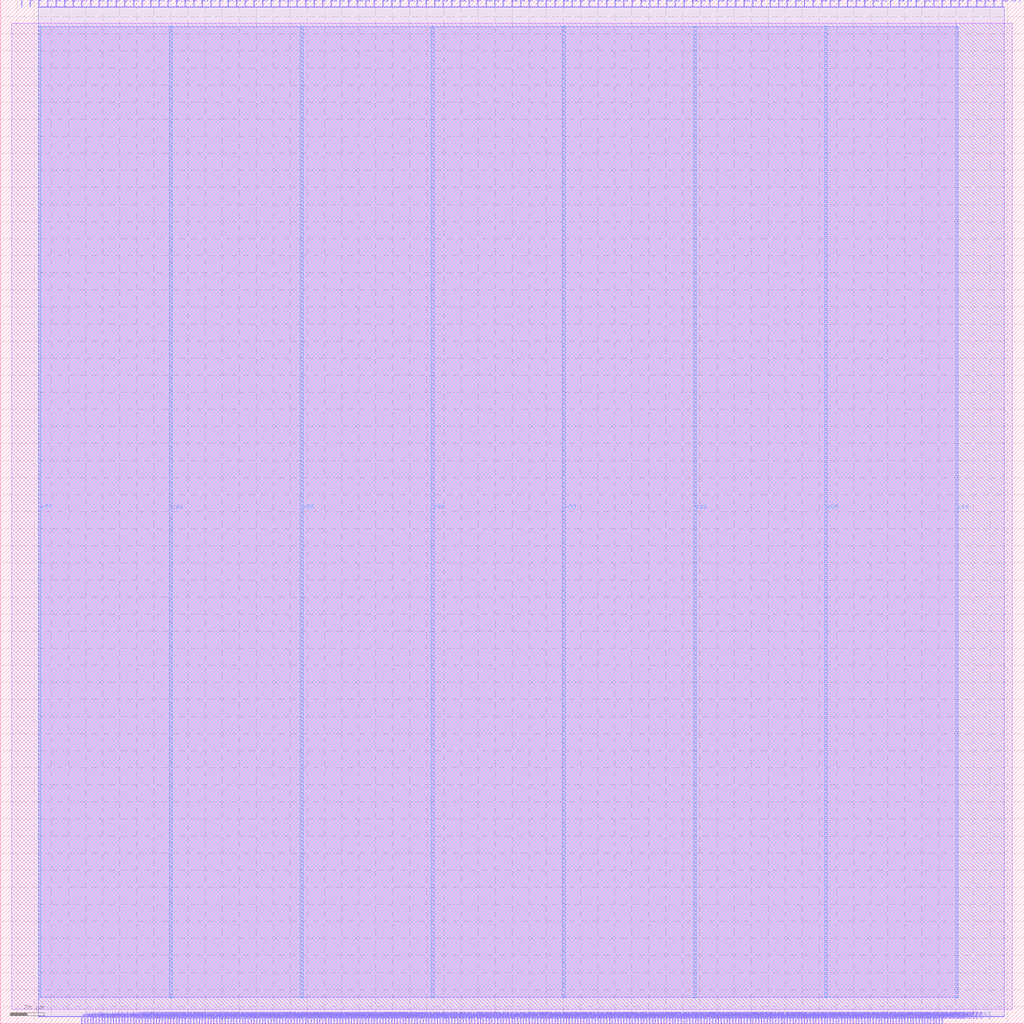
<source format=lef>
VERSION 5.7 ;
  NOWIREEXTENSIONATPIN ON ;
  DIVIDERCHAR "/" ;
  BUSBITCHARS "[]" ;
MACRO macro_decap
  CLASS BLOCK ;
  FOREIGN macro_decap ;
  ORIGIN 0.000 0.000 ;
  SIZE 600.000 BY 600.000 ;
  PIN io_active
    DIRECTION INPUT ;
    USE SIGNAL ;
    PORT
      LAYER Metal2 ;
        RECT 12.320 596.000 12.880 600.000 ;
    END
  END io_active
  PIN io_in[0]
    DIRECTION INPUT ;
    USE SIGNAL ;
    PORT
      LAYER Metal2 ;
        RECT 17.360 596.000 17.920 600.000 ;
    END
  END io_in[0]
  PIN io_in[10]
    DIRECTION INPUT ;
    USE SIGNAL ;
    PORT
      LAYER Metal2 ;
        RECT 168.560 596.000 169.120 600.000 ;
    END
  END io_in[10]
  PIN io_in[11]
    DIRECTION INPUT ;
    USE SIGNAL ;
    PORT
      LAYER Metal2 ;
        RECT 183.680 596.000 184.240 600.000 ;
    END
  END io_in[11]
  PIN io_in[12]
    DIRECTION INPUT ;
    USE SIGNAL ;
    PORT
      LAYER Metal2 ;
        RECT 198.800 596.000 199.360 600.000 ;
    END
  END io_in[12]
  PIN io_in[13]
    DIRECTION INPUT ;
    USE SIGNAL ;
    PORT
      LAYER Metal2 ;
        RECT 213.920 596.000 214.480 600.000 ;
    END
  END io_in[13]
  PIN io_in[14]
    DIRECTION INPUT ;
    USE SIGNAL ;
    PORT
      LAYER Metal2 ;
        RECT 229.040 596.000 229.600 600.000 ;
    END
  END io_in[14]
  PIN io_in[15]
    DIRECTION INPUT ;
    USE SIGNAL ;
    PORT
      LAYER Metal2 ;
        RECT 244.160 596.000 244.720 600.000 ;
    END
  END io_in[15]
  PIN io_in[16]
    DIRECTION INPUT ;
    USE SIGNAL ;
    PORT
      LAYER Metal2 ;
        RECT 259.280 596.000 259.840 600.000 ;
    END
  END io_in[16]
  PIN io_in[17]
    DIRECTION INPUT ;
    USE SIGNAL ;
    PORT
      LAYER Metal2 ;
        RECT 274.400 596.000 274.960 600.000 ;
    END
  END io_in[17]
  PIN io_in[18]
    DIRECTION INPUT ;
    USE SIGNAL ;
    PORT
      LAYER Metal2 ;
        RECT 289.520 596.000 290.080 600.000 ;
    END
  END io_in[18]
  PIN io_in[19]
    DIRECTION INPUT ;
    USE SIGNAL ;
    PORT
      LAYER Metal2 ;
        RECT 304.640 596.000 305.200 600.000 ;
    END
  END io_in[19]
  PIN io_in[1]
    DIRECTION INPUT ;
    USE SIGNAL ;
    PORT
      LAYER Metal2 ;
        RECT 32.480 596.000 33.040 600.000 ;
    END
  END io_in[1]
  PIN io_in[20]
    DIRECTION INPUT ;
    USE SIGNAL ;
    PORT
      LAYER Metal2 ;
        RECT 319.760 596.000 320.320 600.000 ;
    END
  END io_in[20]
  PIN io_in[21]
    DIRECTION INPUT ;
    USE SIGNAL ;
    PORT
      LAYER Metal2 ;
        RECT 334.880 596.000 335.440 600.000 ;
    END
  END io_in[21]
  PIN io_in[22]
    DIRECTION INPUT ;
    USE SIGNAL ;
    PORT
      LAYER Metal2 ;
        RECT 350.000 596.000 350.560 600.000 ;
    END
  END io_in[22]
  PIN io_in[23]
    DIRECTION INPUT ;
    USE SIGNAL ;
    PORT
      LAYER Metal2 ;
        RECT 365.120 596.000 365.680 600.000 ;
    END
  END io_in[23]
  PIN io_in[24]
    DIRECTION INPUT ;
    USE SIGNAL ;
    PORT
      LAYER Metal2 ;
        RECT 380.240 596.000 380.800 600.000 ;
    END
  END io_in[24]
  PIN io_in[25]
    DIRECTION INPUT ;
    USE SIGNAL ;
    PORT
      LAYER Metal2 ;
        RECT 395.360 596.000 395.920 600.000 ;
    END
  END io_in[25]
  PIN io_in[26]
    DIRECTION INPUT ;
    USE SIGNAL ;
    PORT
      LAYER Metal2 ;
        RECT 410.480 596.000 411.040 600.000 ;
    END
  END io_in[26]
  PIN io_in[27]
    DIRECTION INPUT ;
    USE SIGNAL ;
    PORT
      LAYER Metal2 ;
        RECT 425.600 596.000 426.160 600.000 ;
    END
  END io_in[27]
  PIN io_in[28]
    DIRECTION INPUT ;
    USE SIGNAL ;
    PORT
      LAYER Metal2 ;
        RECT 440.720 596.000 441.280 600.000 ;
    END
  END io_in[28]
  PIN io_in[29]
    DIRECTION INPUT ;
    USE SIGNAL ;
    PORT
      LAYER Metal2 ;
        RECT 455.840 596.000 456.400 600.000 ;
    END
  END io_in[29]
  PIN io_in[2]
    DIRECTION INPUT ;
    USE SIGNAL ;
    PORT
      LAYER Metal2 ;
        RECT 47.600 596.000 48.160 600.000 ;
    END
  END io_in[2]
  PIN io_in[30]
    DIRECTION INPUT ;
    USE SIGNAL ;
    PORT
      LAYER Metal2 ;
        RECT 470.960 596.000 471.520 600.000 ;
    END
  END io_in[30]
  PIN io_in[31]
    DIRECTION INPUT ;
    USE SIGNAL ;
    PORT
      LAYER Metal2 ;
        RECT 486.080 596.000 486.640 600.000 ;
    END
  END io_in[31]
  PIN io_in[32]
    DIRECTION INPUT ;
    USE SIGNAL ;
    PORT
      LAYER Metal2 ;
        RECT 501.200 596.000 501.760 600.000 ;
    END
  END io_in[32]
  PIN io_in[33]
    DIRECTION INPUT ;
    USE SIGNAL ;
    PORT
      LAYER Metal2 ;
        RECT 516.320 596.000 516.880 600.000 ;
    END
  END io_in[33]
  PIN io_in[34]
    DIRECTION INPUT ;
    USE SIGNAL ;
    PORT
      LAYER Metal2 ;
        RECT 531.440 596.000 532.000 600.000 ;
    END
  END io_in[34]
  PIN io_in[35]
    DIRECTION INPUT ;
    USE SIGNAL ;
    PORT
      LAYER Metal2 ;
        RECT 546.560 596.000 547.120 600.000 ;
    END
  END io_in[35]
  PIN io_in[36]
    DIRECTION INPUT ;
    USE SIGNAL ;
    PORT
      LAYER Metal2 ;
        RECT 561.680 596.000 562.240 600.000 ;
    END
  END io_in[36]
  PIN io_in[37]
    DIRECTION INPUT ;
    USE SIGNAL ;
    PORT
      LAYER Metal2 ;
        RECT 576.800 596.000 577.360 600.000 ;
    END
  END io_in[37]
  PIN io_in[3]
    DIRECTION INPUT ;
    USE SIGNAL ;
    PORT
      LAYER Metal2 ;
        RECT 62.720 596.000 63.280 600.000 ;
    END
  END io_in[3]
  PIN io_in[4]
    DIRECTION INPUT ;
    USE SIGNAL ;
    PORT
      LAYER Metal2 ;
        RECT 77.840 596.000 78.400 600.000 ;
    END
  END io_in[4]
  PIN io_in[5]
    DIRECTION INPUT ;
    USE SIGNAL ;
    PORT
      LAYER Metal2 ;
        RECT 92.960 596.000 93.520 600.000 ;
    END
  END io_in[5]
  PIN io_in[6]
    DIRECTION INPUT ;
    USE SIGNAL ;
    PORT
      LAYER Metal2 ;
        RECT 108.080 596.000 108.640 600.000 ;
    END
  END io_in[6]
  PIN io_in[7]
    DIRECTION INPUT ;
    USE SIGNAL ;
    PORT
      LAYER Metal2 ;
        RECT 123.200 596.000 123.760 600.000 ;
    END
  END io_in[7]
  PIN io_in[8]
    DIRECTION INPUT ;
    USE SIGNAL ;
    PORT
      LAYER Metal2 ;
        RECT 138.320 596.000 138.880 600.000 ;
    END
  END io_in[8]
  PIN io_in[9]
    DIRECTION INPUT ;
    USE SIGNAL ;
    PORT
      LAYER Metal2 ;
        RECT 153.440 596.000 154.000 600.000 ;
    END
  END io_in[9]
  PIN io_oeb[0]
    DIRECTION OUTPUT TRISTATE ;
    USE SIGNAL ;
    PORT
      LAYER Metal2 ;
        RECT 22.400 596.000 22.960 600.000 ;
    END
  END io_oeb[0]
  PIN io_oeb[10]
    DIRECTION OUTPUT TRISTATE ;
    USE SIGNAL ;
    PORT
      LAYER Metal2 ;
        RECT 173.600 596.000 174.160 600.000 ;
    END
  END io_oeb[10]
  PIN io_oeb[11]
    DIRECTION OUTPUT TRISTATE ;
    USE SIGNAL ;
    PORT
      LAYER Metal2 ;
        RECT 188.720 596.000 189.280 600.000 ;
    END
  END io_oeb[11]
  PIN io_oeb[12]
    DIRECTION OUTPUT TRISTATE ;
    USE SIGNAL ;
    PORT
      LAYER Metal2 ;
        RECT 203.840 596.000 204.400 600.000 ;
    END
  END io_oeb[12]
  PIN io_oeb[13]
    DIRECTION OUTPUT TRISTATE ;
    USE SIGNAL ;
    PORT
      LAYER Metal2 ;
        RECT 218.960 596.000 219.520 600.000 ;
    END
  END io_oeb[13]
  PIN io_oeb[14]
    DIRECTION OUTPUT TRISTATE ;
    USE SIGNAL ;
    PORT
      LAYER Metal2 ;
        RECT 234.080 596.000 234.640 600.000 ;
    END
  END io_oeb[14]
  PIN io_oeb[15]
    DIRECTION OUTPUT TRISTATE ;
    USE SIGNAL ;
    PORT
      LAYER Metal2 ;
        RECT 249.200 596.000 249.760 600.000 ;
    END
  END io_oeb[15]
  PIN io_oeb[16]
    DIRECTION OUTPUT TRISTATE ;
    USE SIGNAL ;
    PORT
      LAYER Metal2 ;
        RECT 264.320 596.000 264.880 600.000 ;
    END
  END io_oeb[16]
  PIN io_oeb[17]
    DIRECTION OUTPUT TRISTATE ;
    USE SIGNAL ;
    PORT
      LAYER Metal2 ;
        RECT 279.440 596.000 280.000 600.000 ;
    END
  END io_oeb[17]
  PIN io_oeb[18]
    DIRECTION OUTPUT TRISTATE ;
    USE SIGNAL ;
    PORT
      LAYER Metal2 ;
        RECT 294.560 596.000 295.120 600.000 ;
    END
  END io_oeb[18]
  PIN io_oeb[19]
    DIRECTION OUTPUT TRISTATE ;
    USE SIGNAL ;
    PORT
      LAYER Metal2 ;
        RECT 309.680 596.000 310.240 600.000 ;
    END
  END io_oeb[19]
  PIN io_oeb[1]
    DIRECTION OUTPUT TRISTATE ;
    USE SIGNAL ;
    PORT
      LAYER Metal2 ;
        RECT 37.520 596.000 38.080 600.000 ;
    END
  END io_oeb[1]
  PIN io_oeb[20]
    DIRECTION OUTPUT TRISTATE ;
    USE SIGNAL ;
    PORT
      LAYER Metal2 ;
        RECT 324.800 596.000 325.360 600.000 ;
    END
  END io_oeb[20]
  PIN io_oeb[21]
    DIRECTION OUTPUT TRISTATE ;
    USE SIGNAL ;
    PORT
      LAYER Metal2 ;
        RECT 339.920 596.000 340.480 600.000 ;
    END
  END io_oeb[21]
  PIN io_oeb[22]
    DIRECTION OUTPUT TRISTATE ;
    USE SIGNAL ;
    PORT
      LAYER Metal2 ;
        RECT 355.040 596.000 355.600 600.000 ;
    END
  END io_oeb[22]
  PIN io_oeb[23]
    DIRECTION OUTPUT TRISTATE ;
    USE SIGNAL ;
    PORT
      LAYER Metal2 ;
        RECT 370.160 596.000 370.720 600.000 ;
    END
  END io_oeb[23]
  PIN io_oeb[24]
    DIRECTION OUTPUT TRISTATE ;
    USE SIGNAL ;
    PORT
      LAYER Metal2 ;
        RECT 385.280 596.000 385.840 600.000 ;
    END
  END io_oeb[24]
  PIN io_oeb[25]
    DIRECTION OUTPUT TRISTATE ;
    USE SIGNAL ;
    PORT
      LAYER Metal2 ;
        RECT 400.400 596.000 400.960 600.000 ;
    END
  END io_oeb[25]
  PIN io_oeb[26]
    DIRECTION OUTPUT TRISTATE ;
    USE SIGNAL ;
    PORT
      LAYER Metal2 ;
        RECT 415.520 596.000 416.080 600.000 ;
    END
  END io_oeb[26]
  PIN io_oeb[27]
    DIRECTION OUTPUT TRISTATE ;
    USE SIGNAL ;
    PORT
      LAYER Metal2 ;
        RECT 430.640 596.000 431.200 600.000 ;
    END
  END io_oeb[27]
  PIN io_oeb[28]
    DIRECTION OUTPUT TRISTATE ;
    USE SIGNAL ;
    PORT
      LAYER Metal2 ;
        RECT 445.760 596.000 446.320 600.000 ;
    END
  END io_oeb[28]
  PIN io_oeb[29]
    DIRECTION OUTPUT TRISTATE ;
    USE SIGNAL ;
    PORT
      LAYER Metal2 ;
        RECT 460.880 596.000 461.440 600.000 ;
    END
  END io_oeb[29]
  PIN io_oeb[2]
    DIRECTION OUTPUT TRISTATE ;
    USE SIGNAL ;
    PORT
      LAYER Metal2 ;
        RECT 52.640 596.000 53.200 600.000 ;
    END
  END io_oeb[2]
  PIN io_oeb[30]
    DIRECTION OUTPUT TRISTATE ;
    USE SIGNAL ;
    PORT
      LAYER Metal2 ;
        RECT 476.000 596.000 476.560 600.000 ;
    END
  END io_oeb[30]
  PIN io_oeb[31]
    DIRECTION OUTPUT TRISTATE ;
    USE SIGNAL ;
    PORT
      LAYER Metal2 ;
        RECT 491.120 596.000 491.680 600.000 ;
    END
  END io_oeb[31]
  PIN io_oeb[32]
    DIRECTION OUTPUT TRISTATE ;
    USE SIGNAL ;
    PORT
      LAYER Metal2 ;
        RECT 506.240 596.000 506.800 600.000 ;
    END
  END io_oeb[32]
  PIN io_oeb[33]
    DIRECTION OUTPUT TRISTATE ;
    USE SIGNAL ;
    PORT
      LAYER Metal2 ;
        RECT 521.360 596.000 521.920 600.000 ;
    END
  END io_oeb[33]
  PIN io_oeb[34]
    DIRECTION OUTPUT TRISTATE ;
    USE SIGNAL ;
    PORT
      LAYER Metal2 ;
        RECT 536.480 596.000 537.040 600.000 ;
    END
  END io_oeb[34]
  PIN io_oeb[35]
    DIRECTION OUTPUT TRISTATE ;
    USE SIGNAL ;
    PORT
      LAYER Metal2 ;
        RECT 551.600 596.000 552.160 600.000 ;
    END
  END io_oeb[35]
  PIN io_oeb[36]
    DIRECTION OUTPUT TRISTATE ;
    USE SIGNAL ;
    PORT
      LAYER Metal2 ;
        RECT 566.720 596.000 567.280 600.000 ;
    END
  END io_oeb[36]
  PIN io_oeb[37]
    DIRECTION OUTPUT TRISTATE ;
    USE SIGNAL ;
    PORT
      LAYER Metal2 ;
        RECT 581.840 596.000 582.400 600.000 ;
    END
  END io_oeb[37]
  PIN io_oeb[3]
    DIRECTION OUTPUT TRISTATE ;
    USE SIGNAL ;
    PORT
      LAYER Metal2 ;
        RECT 67.760 596.000 68.320 600.000 ;
    END
  END io_oeb[3]
  PIN io_oeb[4]
    DIRECTION OUTPUT TRISTATE ;
    USE SIGNAL ;
    PORT
      LAYER Metal2 ;
        RECT 82.880 596.000 83.440 600.000 ;
    END
  END io_oeb[4]
  PIN io_oeb[5]
    DIRECTION OUTPUT TRISTATE ;
    USE SIGNAL ;
    PORT
      LAYER Metal2 ;
        RECT 98.000 596.000 98.560 600.000 ;
    END
  END io_oeb[5]
  PIN io_oeb[6]
    DIRECTION OUTPUT TRISTATE ;
    USE SIGNAL ;
    PORT
      LAYER Metal2 ;
        RECT 113.120 596.000 113.680 600.000 ;
    END
  END io_oeb[6]
  PIN io_oeb[7]
    DIRECTION OUTPUT TRISTATE ;
    USE SIGNAL ;
    PORT
      LAYER Metal2 ;
        RECT 128.240 596.000 128.800 600.000 ;
    END
  END io_oeb[7]
  PIN io_oeb[8]
    DIRECTION OUTPUT TRISTATE ;
    USE SIGNAL ;
    PORT
      LAYER Metal2 ;
        RECT 143.360 596.000 143.920 600.000 ;
    END
  END io_oeb[8]
  PIN io_oeb[9]
    DIRECTION OUTPUT TRISTATE ;
    USE SIGNAL ;
    PORT
      LAYER Metal2 ;
        RECT 158.480 596.000 159.040 600.000 ;
    END
  END io_oeb[9]
  PIN io_out[0]
    DIRECTION OUTPUT TRISTATE ;
    USE SIGNAL ;
    PORT
      LAYER Metal2 ;
        RECT 27.440 596.000 28.000 600.000 ;
    END
  END io_out[0]
  PIN io_out[10]
    DIRECTION OUTPUT TRISTATE ;
    USE SIGNAL ;
    PORT
      LAYER Metal2 ;
        RECT 178.640 596.000 179.200 600.000 ;
    END
  END io_out[10]
  PIN io_out[11]
    DIRECTION OUTPUT TRISTATE ;
    USE SIGNAL ;
    PORT
      LAYER Metal2 ;
        RECT 193.760 596.000 194.320 600.000 ;
    END
  END io_out[11]
  PIN io_out[12]
    DIRECTION OUTPUT TRISTATE ;
    USE SIGNAL ;
    PORT
      LAYER Metal2 ;
        RECT 208.880 596.000 209.440 600.000 ;
    END
  END io_out[12]
  PIN io_out[13]
    DIRECTION OUTPUT TRISTATE ;
    USE SIGNAL ;
    PORT
      LAYER Metal2 ;
        RECT 224.000 596.000 224.560 600.000 ;
    END
  END io_out[13]
  PIN io_out[14]
    DIRECTION OUTPUT TRISTATE ;
    USE SIGNAL ;
    PORT
      LAYER Metal2 ;
        RECT 239.120 596.000 239.680 600.000 ;
    END
  END io_out[14]
  PIN io_out[15]
    DIRECTION OUTPUT TRISTATE ;
    USE SIGNAL ;
    PORT
      LAYER Metal2 ;
        RECT 254.240 596.000 254.800 600.000 ;
    END
  END io_out[15]
  PIN io_out[16]
    DIRECTION OUTPUT TRISTATE ;
    USE SIGNAL ;
    PORT
      LAYER Metal2 ;
        RECT 269.360 596.000 269.920 600.000 ;
    END
  END io_out[16]
  PIN io_out[17]
    DIRECTION OUTPUT TRISTATE ;
    USE SIGNAL ;
    PORT
      LAYER Metal2 ;
        RECT 284.480 596.000 285.040 600.000 ;
    END
  END io_out[17]
  PIN io_out[18]
    DIRECTION OUTPUT TRISTATE ;
    USE SIGNAL ;
    PORT
      LAYER Metal2 ;
        RECT 299.600 596.000 300.160 600.000 ;
    END
  END io_out[18]
  PIN io_out[19]
    DIRECTION OUTPUT TRISTATE ;
    USE SIGNAL ;
    PORT
      LAYER Metal2 ;
        RECT 314.720 596.000 315.280 600.000 ;
    END
  END io_out[19]
  PIN io_out[1]
    DIRECTION OUTPUT TRISTATE ;
    USE SIGNAL ;
    PORT
      LAYER Metal2 ;
        RECT 42.560 596.000 43.120 600.000 ;
    END
  END io_out[1]
  PIN io_out[20]
    DIRECTION OUTPUT TRISTATE ;
    USE SIGNAL ;
    PORT
      LAYER Metal2 ;
        RECT 329.840 596.000 330.400 600.000 ;
    END
  END io_out[20]
  PIN io_out[21]
    DIRECTION OUTPUT TRISTATE ;
    USE SIGNAL ;
    PORT
      LAYER Metal2 ;
        RECT 344.960 596.000 345.520 600.000 ;
    END
  END io_out[21]
  PIN io_out[22]
    DIRECTION OUTPUT TRISTATE ;
    USE SIGNAL ;
    PORT
      LAYER Metal2 ;
        RECT 360.080 596.000 360.640 600.000 ;
    END
  END io_out[22]
  PIN io_out[23]
    DIRECTION OUTPUT TRISTATE ;
    USE SIGNAL ;
    PORT
      LAYER Metal2 ;
        RECT 375.200 596.000 375.760 600.000 ;
    END
  END io_out[23]
  PIN io_out[24]
    DIRECTION OUTPUT TRISTATE ;
    USE SIGNAL ;
    PORT
      LAYER Metal2 ;
        RECT 390.320 596.000 390.880 600.000 ;
    END
  END io_out[24]
  PIN io_out[25]
    DIRECTION OUTPUT TRISTATE ;
    USE SIGNAL ;
    PORT
      LAYER Metal2 ;
        RECT 405.440 596.000 406.000 600.000 ;
    END
  END io_out[25]
  PIN io_out[26]
    DIRECTION OUTPUT TRISTATE ;
    USE SIGNAL ;
    PORT
      LAYER Metal2 ;
        RECT 420.560 596.000 421.120 600.000 ;
    END
  END io_out[26]
  PIN io_out[27]
    DIRECTION OUTPUT TRISTATE ;
    USE SIGNAL ;
    PORT
      LAYER Metal2 ;
        RECT 435.680 596.000 436.240 600.000 ;
    END
  END io_out[27]
  PIN io_out[28]
    DIRECTION OUTPUT TRISTATE ;
    USE SIGNAL ;
    PORT
      LAYER Metal2 ;
        RECT 450.800 596.000 451.360 600.000 ;
    END
  END io_out[28]
  PIN io_out[29]
    DIRECTION OUTPUT TRISTATE ;
    USE SIGNAL ;
    PORT
      LAYER Metal2 ;
        RECT 465.920 596.000 466.480 600.000 ;
    END
  END io_out[29]
  PIN io_out[2]
    DIRECTION OUTPUT TRISTATE ;
    USE SIGNAL ;
    PORT
      LAYER Metal2 ;
        RECT 57.680 596.000 58.240 600.000 ;
    END
  END io_out[2]
  PIN io_out[30]
    DIRECTION OUTPUT TRISTATE ;
    USE SIGNAL ;
    PORT
      LAYER Metal2 ;
        RECT 481.040 596.000 481.600 600.000 ;
    END
  END io_out[30]
  PIN io_out[31]
    DIRECTION OUTPUT TRISTATE ;
    USE SIGNAL ;
    PORT
      LAYER Metal2 ;
        RECT 496.160 596.000 496.720 600.000 ;
    END
  END io_out[31]
  PIN io_out[32]
    DIRECTION OUTPUT TRISTATE ;
    USE SIGNAL ;
    PORT
      LAYER Metal2 ;
        RECT 511.280 596.000 511.840 600.000 ;
    END
  END io_out[32]
  PIN io_out[33]
    DIRECTION OUTPUT TRISTATE ;
    USE SIGNAL ;
    PORT
      LAYER Metal2 ;
        RECT 526.400 596.000 526.960 600.000 ;
    END
  END io_out[33]
  PIN io_out[34]
    DIRECTION OUTPUT TRISTATE ;
    USE SIGNAL ;
    PORT
      LAYER Metal2 ;
        RECT 541.520 596.000 542.080 600.000 ;
    END
  END io_out[34]
  PIN io_out[35]
    DIRECTION OUTPUT TRISTATE ;
    USE SIGNAL ;
    PORT
      LAYER Metal2 ;
        RECT 556.640 596.000 557.200 600.000 ;
    END
  END io_out[35]
  PIN io_out[36]
    DIRECTION OUTPUT TRISTATE ;
    USE SIGNAL ;
    PORT
      LAYER Metal2 ;
        RECT 571.760 596.000 572.320 600.000 ;
    END
  END io_out[36]
  PIN io_out[37]
    DIRECTION OUTPUT TRISTATE ;
    USE SIGNAL ;
    PORT
      LAYER Metal2 ;
        RECT 586.880 596.000 587.440 600.000 ;
    END
  END io_out[37]
  PIN io_out[3]
    DIRECTION OUTPUT TRISTATE ;
    USE SIGNAL ;
    PORT
      LAYER Metal2 ;
        RECT 72.800 596.000 73.360 600.000 ;
    END
  END io_out[3]
  PIN io_out[4]
    DIRECTION OUTPUT TRISTATE ;
    USE SIGNAL ;
    PORT
      LAYER Metal2 ;
        RECT 87.920 596.000 88.480 600.000 ;
    END
  END io_out[4]
  PIN io_out[5]
    DIRECTION OUTPUT TRISTATE ;
    USE SIGNAL ;
    PORT
      LAYER Metal2 ;
        RECT 103.040 596.000 103.600 600.000 ;
    END
  END io_out[5]
  PIN io_out[6]
    DIRECTION OUTPUT TRISTATE ;
    USE SIGNAL ;
    PORT
      LAYER Metal2 ;
        RECT 118.160 596.000 118.720 600.000 ;
    END
  END io_out[6]
  PIN io_out[7]
    DIRECTION OUTPUT TRISTATE ;
    USE SIGNAL ;
    PORT
      LAYER Metal2 ;
        RECT 133.280 596.000 133.840 600.000 ;
    END
  END io_out[7]
  PIN io_out[8]
    DIRECTION OUTPUT TRISTATE ;
    USE SIGNAL ;
    PORT
      LAYER Metal2 ;
        RECT 148.400 596.000 148.960 600.000 ;
    END
  END io_out[8]
  PIN io_out[9]
    DIRECTION OUTPUT TRISTATE ;
    USE SIGNAL ;
    PORT
      LAYER Metal2 ;
        RECT 163.520 596.000 164.080 600.000 ;
    END
  END io_out[9]
  PIN irq[0]
    DIRECTION OUTPUT TRISTATE ;
    USE SIGNAL ;
    PORT
      LAYER Metal2 ;
        RECT 548.240 0.000 548.800 4.000 ;
    END
  END irq[0]
  PIN irq[1]
    DIRECTION OUTPUT TRISTATE ;
    USE SIGNAL ;
    PORT
      LAYER Metal2 ;
        RECT 549.920 0.000 550.480 4.000 ;
    END
  END irq[1]
  PIN irq[2]
    DIRECTION OUTPUT TRISTATE ;
    USE SIGNAL ;
    PORT
      LAYER Metal2 ;
        RECT 551.600 0.000 552.160 4.000 ;
    END
  END irq[2]
  PIN la_data_in[0]
    DIRECTION INPUT ;
    USE SIGNAL ;
    PORT
      LAYER Metal2 ;
        RECT 225.680 0.000 226.240 4.000 ;
    END
  END la_data_in[0]
  PIN la_data_in[10]
    DIRECTION INPUT ;
    USE SIGNAL ;
    PORT
      LAYER Metal2 ;
        RECT 276.080 0.000 276.640 4.000 ;
    END
  END la_data_in[10]
  PIN la_data_in[11]
    DIRECTION INPUT ;
    USE SIGNAL ;
    PORT
      LAYER Metal2 ;
        RECT 281.120 0.000 281.680 4.000 ;
    END
  END la_data_in[11]
  PIN la_data_in[12]
    DIRECTION INPUT ;
    USE SIGNAL ;
    PORT
      LAYER Metal2 ;
        RECT 286.160 0.000 286.720 4.000 ;
    END
  END la_data_in[12]
  PIN la_data_in[13]
    DIRECTION INPUT ;
    USE SIGNAL ;
    PORT
      LAYER Metal2 ;
        RECT 291.200 0.000 291.760 4.000 ;
    END
  END la_data_in[13]
  PIN la_data_in[14]
    DIRECTION INPUT ;
    USE SIGNAL ;
    PORT
      LAYER Metal2 ;
        RECT 296.240 0.000 296.800 4.000 ;
    END
  END la_data_in[14]
  PIN la_data_in[15]
    DIRECTION INPUT ;
    USE SIGNAL ;
    PORT
      LAYER Metal2 ;
        RECT 301.280 0.000 301.840 4.000 ;
    END
  END la_data_in[15]
  PIN la_data_in[16]
    DIRECTION INPUT ;
    USE SIGNAL ;
    PORT
      LAYER Metal2 ;
        RECT 306.320 0.000 306.880 4.000 ;
    END
  END la_data_in[16]
  PIN la_data_in[17]
    DIRECTION INPUT ;
    USE SIGNAL ;
    PORT
      LAYER Metal2 ;
        RECT 311.360 0.000 311.920 4.000 ;
    END
  END la_data_in[17]
  PIN la_data_in[18]
    DIRECTION INPUT ;
    USE SIGNAL ;
    PORT
      LAYER Metal2 ;
        RECT 316.400 0.000 316.960 4.000 ;
    END
  END la_data_in[18]
  PIN la_data_in[19]
    DIRECTION INPUT ;
    USE SIGNAL ;
    PORT
      LAYER Metal2 ;
        RECT 321.440 0.000 322.000 4.000 ;
    END
  END la_data_in[19]
  PIN la_data_in[1]
    DIRECTION INPUT ;
    USE SIGNAL ;
    PORT
      LAYER Metal2 ;
        RECT 230.720 0.000 231.280 4.000 ;
    END
  END la_data_in[1]
  PIN la_data_in[20]
    DIRECTION INPUT ;
    USE SIGNAL ;
    PORT
      LAYER Metal2 ;
        RECT 326.480 0.000 327.040 4.000 ;
    END
  END la_data_in[20]
  PIN la_data_in[21]
    DIRECTION INPUT ;
    USE SIGNAL ;
    PORT
      LAYER Metal2 ;
        RECT 331.520 0.000 332.080 4.000 ;
    END
  END la_data_in[21]
  PIN la_data_in[22]
    DIRECTION INPUT ;
    USE SIGNAL ;
    PORT
      LAYER Metal2 ;
        RECT 336.560 0.000 337.120 4.000 ;
    END
  END la_data_in[22]
  PIN la_data_in[23]
    DIRECTION INPUT ;
    USE SIGNAL ;
    PORT
      LAYER Metal2 ;
        RECT 341.600 0.000 342.160 4.000 ;
    END
  END la_data_in[23]
  PIN la_data_in[24]
    DIRECTION INPUT ;
    USE SIGNAL ;
    PORT
      LAYER Metal2 ;
        RECT 346.640 0.000 347.200 4.000 ;
    END
  END la_data_in[24]
  PIN la_data_in[25]
    DIRECTION INPUT ;
    USE SIGNAL ;
    PORT
      LAYER Metal2 ;
        RECT 351.680 0.000 352.240 4.000 ;
    END
  END la_data_in[25]
  PIN la_data_in[26]
    DIRECTION INPUT ;
    USE SIGNAL ;
    PORT
      LAYER Metal2 ;
        RECT 356.720 0.000 357.280 4.000 ;
    END
  END la_data_in[26]
  PIN la_data_in[27]
    DIRECTION INPUT ;
    USE SIGNAL ;
    PORT
      LAYER Metal2 ;
        RECT 361.760 0.000 362.320 4.000 ;
    END
  END la_data_in[27]
  PIN la_data_in[28]
    DIRECTION INPUT ;
    USE SIGNAL ;
    PORT
      LAYER Metal2 ;
        RECT 366.800 0.000 367.360 4.000 ;
    END
  END la_data_in[28]
  PIN la_data_in[29]
    DIRECTION INPUT ;
    USE SIGNAL ;
    PORT
      LAYER Metal2 ;
        RECT 371.840 0.000 372.400 4.000 ;
    END
  END la_data_in[29]
  PIN la_data_in[2]
    DIRECTION INPUT ;
    USE SIGNAL ;
    PORT
      LAYER Metal2 ;
        RECT 235.760 0.000 236.320 4.000 ;
    END
  END la_data_in[2]
  PIN la_data_in[30]
    DIRECTION INPUT ;
    USE SIGNAL ;
    PORT
      LAYER Metal2 ;
        RECT 376.880 0.000 377.440 4.000 ;
    END
  END la_data_in[30]
  PIN la_data_in[31]
    DIRECTION INPUT ;
    USE SIGNAL ;
    PORT
      LAYER Metal2 ;
        RECT 381.920 0.000 382.480 4.000 ;
    END
  END la_data_in[31]
  PIN la_data_in[32]
    DIRECTION INPUT ;
    USE SIGNAL ;
    PORT
      LAYER Metal2 ;
        RECT 386.960 0.000 387.520 4.000 ;
    END
  END la_data_in[32]
  PIN la_data_in[33]
    DIRECTION INPUT ;
    USE SIGNAL ;
    PORT
      LAYER Metal2 ;
        RECT 392.000 0.000 392.560 4.000 ;
    END
  END la_data_in[33]
  PIN la_data_in[34]
    DIRECTION INPUT ;
    USE SIGNAL ;
    PORT
      LAYER Metal2 ;
        RECT 397.040 0.000 397.600 4.000 ;
    END
  END la_data_in[34]
  PIN la_data_in[35]
    DIRECTION INPUT ;
    USE SIGNAL ;
    PORT
      LAYER Metal2 ;
        RECT 402.080 0.000 402.640 4.000 ;
    END
  END la_data_in[35]
  PIN la_data_in[36]
    DIRECTION INPUT ;
    USE SIGNAL ;
    PORT
      LAYER Metal2 ;
        RECT 407.120 0.000 407.680 4.000 ;
    END
  END la_data_in[36]
  PIN la_data_in[37]
    DIRECTION INPUT ;
    USE SIGNAL ;
    PORT
      LAYER Metal2 ;
        RECT 412.160 0.000 412.720 4.000 ;
    END
  END la_data_in[37]
  PIN la_data_in[38]
    DIRECTION INPUT ;
    USE SIGNAL ;
    PORT
      LAYER Metal2 ;
        RECT 417.200 0.000 417.760 4.000 ;
    END
  END la_data_in[38]
  PIN la_data_in[39]
    DIRECTION INPUT ;
    USE SIGNAL ;
    PORT
      LAYER Metal2 ;
        RECT 422.240 0.000 422.800 4.000 ;
    END
  END la_data_in[39]
  PIN la_data_in[3]
    DIRECTION INPUT ;
    USE SIGNAL ;
    PORT
      LAYER Metal2 ;
        RECT 240.800 0.000 241.360 4.000 ;
    END
  END la_data_in[3]
  PIN la_data_in[40]
    DIRECTION INPUT ;
    USE SIGNAL ;
    PORT
      LAYER Metal2 ;
        RECT 427.280 0.000 427.840 4.000 ;
    END
  END la_data_in[40]
  PIN la_data_in[41]
    DIRECTION INPUT ;
    USE SIGNAL ;
    PORT
      LAYER Metal2 ;
        RECT 432.320 0.000 432.880 4.000 ;
    END
  END la_data_in[41]
  PIN la_data_in[42]
    DIRECTION INPUT ;
    USE SIGNAL ;
    PORT
      LAYER Metal2 ;
        RECT 437.360 0.000 437.920 4.000 ;
    END
  END la_data_in[42]
  PIN la_data_in[43]
    DIRECTION INPUT ;
    USE SIGNAL ;
    PORT
      LAYER Metal2 ;
        RECT 442.400 0.000 442.960 4.000 ;
    END
  END la_data_in[43]
  PIN la_data_in[44]
    DIRECTION INPUT ;
    USE SIGNAL ;
    PORT
      LAYER Metal2 ;
        RECT 447.440 0.000 448.000 4.000 ;
    END
  END la_data_in[44]
  PIN la_data_in[45]
    DIRECTION INPUT ;
    USE SIGNAL ;
    PORT
      LAYER Metal2 ;
        RECT 452.480 0.000 453.040 4.000 ;
    END
  END la_data_in[45]
  PIN la_data_in[46]
    DIRECTION INPUT ;
    USE SIGNAL ;
    PORT
      LAYER Metal2 ;
        RECT 457.520 0.000 458.080 4.000 ;
    END
  END la_data_in[46]
  PIN la_data_in[47]
    DIRECTION INPUT ;
    USE SIGNAL ;
    PORT
      LAYER Metal2 ;
        RECT 462.560 0.000 463.120 4.000 ;
    END
  END la_data_in[47]
  PIN la_data_in[48]
    DIRECTION INPUT ;
    USE SIGNAL ;
    PORT
      LAYER Metal2 ;
        RECT 467.600 0.000 468.160 4.000 ;
    END
  END la_data_in[48]
  PIN la_data_in[49]
    DIRECTION INPUT ;
    USE SIGNAL ;
    PORT
      LAYER Metal2 ;
        RECT 472.640 0.000 473.200 4.000 ;
    END
  END la_data_in[49]
  PIN la_data_in[4]
    DIRECTION INPUT ;
    USE SIGNAL ;
    PORT
      LAYER Metal2 ;
        RECT 245.840 0.000 246.400 4.000 ;
    END
  END la_data_in[4]
  PIN la_data_in[50]
    DIRECTION INPUT ;
    USE SIGNAL ;
    PORT
      LAYER Metal2 ;
        RECT 477.680 0.000 478.240 4.000 ;
    END
  END la_data_in[50]
  PIN la_data_in[51]
    DIRECTION INPUT ;
    USE SIGNAL ;
    PORT
      LAYER Metal2 ;
        RECT 482.720 0.000 483.280 4.000 ;
    END
  END la_data_in[51]
  PIN la_data_in[52]
    DIRECTION INPUT ;
    USE SIGNAL ;
    PORT
      LAYER Metal2 ;
        RECT 487.760 0.000 488.320 4.000 ;
    END
  END la_data_in[52]
  PIN la_data_in[53]
    DIRECTION INPUT ;
    USE SIGNAL ;
    PORT
      LAYER Metal2 ;
        RECT 492.800 0.000 493.360 4.000 ;
    END
  END la_data_in[53]
  PIN la_data_in[54]
    DIRECTION INPUT ;
    USE SIGNAL ;
    PORT
      LAYER Metal2 ;
        RECT 497.840 0.000 498.400 4.000 ;
    END
  END la_data_in[54]
  PIN la_data_in[55]
    DIRECTION INPUT ;
    USE SIGNAL ;
    PORT
      LAYER Metal2 ;
        RECT 502.880 0.000 503.440 4.000 ;
    END
  END la_data_in[55]
  PIN la_data_in[56]
    DIRECTION INPUT ;
    USE SIGNAL ;
    PORT
      LAYER Metal2 ;
        RECT 507.920 0.000 508.480 4.000 ;
    END
  END la_data_in[56]
  PIN la_data_in[57]
    DIRECTION INPUT ;
    USE SIGNAL ;
    PORT
      LAYER Metal2 ;
        RECT 512.960 0.000 513.520 4.000 ;
    END
  END la_data_in[57]
  PIN la_data_in[58]
    DIRECTION INPUT ;
    USE SIGNAL ;
    PORT
      LAYER Metal2 ;
        RECT 518.000 0.000 518.560 4.000 ;
    END
  END la_data_in[58]
  PIN la_data_in[59]
    DIRECTION INPUT ;
    USE SIGNAL ;
    PORT
      LAYER Metal2 ;
        RECT 523.040 0.000 523.600 4.000 ;
    END
  END la_data_in[59]
  PIN la_data_in[5]
    DIRECTION INPUT ;
    USE SIGNAL ;
    PORT
      LAYER Metal2 ;
        RECT 250.880 0.000 251.440 4.000 ;
    END
  END la_data_in[5]
  PIN la_data_in[60]
    DIRECTION INPUT ;
    USE SIGNAL ;
    PORT
      LAYER Metal2 ;
        RECT 528.080 0.000 528.640 4.000 ;
    END
  END la_data_in[60]
  PIN la_data_in[61]
    DIRECTION INPUT ;
    USE SIGNAL ;
    PORT
      LAYER Metal2 ;
        RECT 533.120 0.000 533.680 4.000 ;
    END
  END la_data_in[61]
  PIN la_data_in[62]
    DIRECTION INPUT ;
    USE SIGNAL ;
    PORT
      LAYER Metal2 ;
        RECT 538.160 0.000 538.720 4.000 ;
    END
  END la_data_in[62]
  PIN la_data_in[63]
    DIRECTION INPUT ;
    USE SIGNAL ;
    PORT
      LAYER Metal2 ;
        RECT 543.200 0.000 543.760 4.000 ;
    END
  END la_data_in[63]
  PIN la_data_in[6]
    DIRECTION INPUT ;
    USE SIGNAL ;
    PORT
      LAYER Metal2 ;
        RECT 255.920 0.000 256.480 4.000 ;
    END
  END la_data_in[6]
  PIN la_data_in[7]
    DIRECTION INPUT ;
    USE SIGNAL ;
    PORT
      LAYER Metal2 ;
        RECT 260.960 0.000 261.520 4.000 ;
    END
  END la_data_in[7]
  PIN la_data_in[8]
    DIRECTION INPUT ;
    USE SIGNAL ;
    PORT
      LAYER Metal2 ;
        RECT 266.000 0.000 266.560 4.000 ;
    END
  END la_data_in[8]
  PIN la_data_in[9]
    DIRECTION INPUT ;
    USE SIGNAL ;
    PORT
      LAYER Metal2 ;
        RECT 271.040 0.000 271.600 4.000 ;
    END
  END la_data_in[9]
  PIN la_data_out[0]
    DIRECTION OUTPUT TRISTATE ;
    USE SIGNAL ;
    PORT
      LAYER Metal2 ;
        RECT 227.360 0.000 227.920 4.000 ;
    END
  END la_data_out[0]
  PIN la_data_out[10]
    DIRECTION OUTPUT TRISTATE ;
    USE SIGNAL ;
    PORT
      LAYER Metal2 ;
        RECT 277.760 0.000 278.320 4.000 ;
    END
  END la_data_out[10]
  PIN la_data_out[11]
    DIRECTION OUTPUT TRISTATE ;
    USE SIGNAL ;
    PORT
      LAYER Metal2 ;
        RECT 282.800 0.000 283.360 4.000 ;
    END
  END la_data_out[11]
  PIN la_data_out[12]
    DIRECTION OUTPUT TRISTATE ;
    USE SIGNAL ;
    PORT
      LAYER Metal2 ;
        RECT 287.840 0.000 288.400 4.000 ;
    END
  END la_data_out[12]
  PIN la_data_out[13]
    DIRECTION OUTPUT TRISTATE ;
    USE SIGNAL ;
    PORT
      LAYER Metal2 ;
        RECT 292.880 0.000 293.440 4.000 ;
    END
  END la_data_out[13]
  PIN la_data_out[14]
    DIRECTION OUTPUT TRISTATE ;
    USE SIGNAL ;
    PORT
      LAYER Metal2 ;
        RECT 297.920 0.000 298.480 4.000 ;
    END
  END la_data_out[14]
  PIN la_data_out[15]
    DIRECTION OUTPUT TRISTATE ;
    USE SIGNAL ;
    PORT
      LAYER Metal2 ;
        RECT 302.960 0.000 303.520 4.000 ;
    END
  END la_data_out[15]
  PIN la_data_out[16]
    DIRECTION OUTPUT TRISTATE ;
    USE SIGNAL ;
    PORT
      LAYER Metal2 ;
        RECT 308.000 0.000 308.560 4.000 ;
    END
  END la_data_out[16]
  PIN la_data_out[17]
    DIRECTION OUTPUT TRISTATE ;
    USE SIGNAL ;
    PORT
      LAYER Metal2 ;
        RECT 313.040 0.000 313.600 4.000 ;
    END
  END la_data_out[17]
  PIN la_data_out[18]
    DIRECTION OUTPUT TRISTATE ;
    USE SIGNAL ;
    PORT
      LAYER Metal2 ;
        RECT 318.080 0.000 318.640 4.000 ;
    END
  END la_data_out[18]
  PIN la_data_out[19]
    DIRECTION OUTPUT TRISTATE ;
    USE SIGNAL ;
    PORT
      LAYER Metal2 ;
        RECT 323.120 0.000 323.680 4.000 ;
    END
  END la_data_out[19]
  PIN la_data_out[1]
    DIRECTION OUTPUT TRISTATE ;
    USE SIGNAL ;
    PORT
      LAYER Metal2 ;
        RECT 232.400 0.000 232.960 4.000 ;
    END
  END la_data_out[1]
  PIN la_data_out[20]
    DIRECTION OUTPUT TRISTATE ;
    USE SIGNAL ;
    PORT
      LAYER Metal2 ;
        RECT 328.160 0.000 328.720 4.000 ;
    END
  END la_data_out[20]
  PIN la_data_out[21]
    DIRECTION OUTPUT TRISTATE ;
    USE SIGNAL ;
    PORT
      LAYER Metal2 ;
        RECT 333.200 0.000 333.760 4.000 ;
    END
  END la_data_out[21]
  PIN la_data_out[22]
    DIRECTION OUTPUT TRISTATE ;
    USE SIGNAL ;
    PORT
      LAYER Metal2 ;
        RECT 338.240 0.000 338.800 4.000 ;
    END
  END la_data_out[22]
  PIN la_data_out[23]
    DIRECTION OUTPUT TRISTATE ;
    USE SIGNAL ;
    PORT
      LAYER Metal2 ;
        RECT 343.280 0.000 343.840 4.000 ;
    END
  END la_data_out[23]
  PIN la_data_out[24]
    DIRECTION OUTPUT TRISTATE ;
    USE SIGNAL ;
    PORT
      LAYER Metal2 ;
        RECT 348.320 0.000 348.880 4.000 ;
    END
  END la_data_out[24]
  PIN la_data_out[25]
    DIRECTION OUTPUT TRISTATE ;
    USE SIGNAL ;
    PORT
      LAYER Metal2 ;
        RECT 353.360 0.000 353.920 4.000 ;
    END
  END la_data_out[25]
  PIN la_data_out[26]
    DIRECTION OUTPUT TRISTATE ;
    USE SIGNAL ;
    PORT
      LAYER Metal2 ;
        RECT 358.400 0.000 358.960 4.000 ;
    END
  END la_data_out[26]
  PIN la_data_out[27]
    DIRECTION OUTPUT TRISTATE ;
    USE SIGNAL ;
    PORT
      LAYER Metal2 ;
        RECT 363.440 0.000 364.000 4.000 ;
    END
  END la_data_out[27]
  PIN la_data_out[28]
    DIRECTION OUTPUT TRISTATE ;
    USE SIGNAL ;
    PORT
      LAYER Metal2 ;
        RECT 368.480 0.000 369.040 4.000 ;
    END
  END la_data_out[28]
  PIN la_data_out[29]
    DIRECTION OUTPUT TRISTATE ;
    USE SIGNAL ;
    PORT
      LAYER Metal2 ;
        RECT 373.520 0.000 374.080 4.000 ;
    END
  END la_data_out[29]
  PIN la_data_out[2]
    DIRECTION OUTPUT TRISTATE ;
    USE SIGNAL ;
    PORT
      LAYER Metal2 ;
        RECT 237.440 0.000 238.000 4.000 ;
    END
  END la_data_out[2]
  PIN la_data_out[30]
    DIRECTION OUTPUT TRISTATE ;
    USE SIGNAL ;
    PORT
      LAYER Metal2 ;
        RECT 378.560 0.000 379.120 4.000 ;
    END
  END la_data_out[30]
  PIN la_data_out[31]
    DIRECTION OUTPUT TRISTATE ;
    USE SIGNAL ;
    PORT
      LAYER Metal2 ;
        RECT 383.600 0.000 384.160 4.000 ;
    END
  END la_data_out[31]
  PIN la_data_out[32]
    DIRECTION OUTPUT TRISTATE ;
    USE SIGNAL ;
    PORT
      LAYER Metal2 ;
        RECT 388.640 0.000 389.200 4.000 ;
    END
  END la_data_out[32]
  PIN la_data_out[33]
    DIRECTION OUTPUT TRISTATE ;
    USE SIGNAL ;
    PORT
      LAYER Metal2 ;
        RECT 393.680 0.000 394.240 4.000 ;
    END
  END la_data_out[33]
  PIN la_data_out[34]
    DIRECTION OUTPUT TRISTATE ;
    USE SIGNAL ;
    PORT
      LAYER Metal2 ;
        RECT 398.720 0.000 399.280 4.000 ;
    END
  END la_data_out[34]
  PIN la_data_out[35]
    DIRECTION OUTPUT TRISTATE ;
    USE SIGNAL ;
    PORT
      LAYER Metal2 ;
        RECT 403.760 0.000 404.320 4.000 ;
    END
  END la_data_out[35]
  PIN la_data_out[36]
    DIRECTION OUTPUT TRISTATE ;
    USE SIGNAL ;
    PORT
      LAYER Metal2 ;
        RECT 408.800 0.000 409.360 4.000 ;
    END
  END la_data_out[36]
  PIN la_data_out[37]
    DIRECTION OUTPUT TRISTATE ;
    USE SIGNAL ;
    PORT
      LAYER Metal2 ;
        RECT 413.840 0.000 414.400 4.000 ;
    END
  END la_data_out[37]
  PIN la_data_out[38]
    DIRECTION OUTPUT TRISTATE ;
    USE SIGNAL ;
    PORT
      LAYER Metal2 ;
        RECT 418.880 0.000 419.440 4.000 ;
    END
  END la_data_out[38]
  PIN la_data_out[39]
    DIRECTION OUTPUT TRISTATE ;
    USE SIGNAL ;
    PORT
      LAYER Metal2 ;
        RECT 423.920 0.000 424.480 4.000 ;
    END
  END la_data_out[39]
  PIN la_data_out[3]
    DIRECTION OUTPUT TRISTATE ;
    USE SIGNAL ;
    PORT
      LAYER Metal2 ;
        RECT 242.480 0.000 243.040 4.000 ;
    END
  END la_data_out[3]
  PIN la_data_out[40]
    DIRECTION OUTPUT TRISTATE ;
    USE SIGNAL ;
    PORT
      LAYER Metal2 ;
        RECT 428.960 0.000 429.520 4.000 ;
    END
  END la_data_out[40]
  PIN la_data_out[41]
    DIRECTION OUTPUT TRISTATE ;
    USE SIGNAL ;
    PORT
      LAYER Metal2 ;
        RECT 434.000 0.000 434.560 4.000 ;
    END
  END la_data_out[41]
  PIN la_data_out[42]
    DIRECTION OUTPUT TRISTATE ;
    USE SIGNAL ;
    PORT
      LAYER Metal2 ;
        RECT 439.040 0.000 439.600 4.000 ;
    END
  END la_data_out[42]
  PIN la_data_out[43]
    DIRECTION OUTPUT TRISTATE ;
    USE SIGNAL ;
    PORT
      LAYER Metal2 ;
        RECT 444.080 0.000 444.640 4.000 ;
    END
  END la_data_out[43]
  PIN la_data_out[44]
    DIRECTION OUTPUT TRISTATE ;
    USE SIGNAL ;
    PORT
      LAYER Metal2 ;
        RECT 449.120 0.000 449.680 4.000 ;
    END
  END la_data_out[44]
  PIN la_data_out[45]
    DIRECTION OUTPUT TRISTATE ;
    USE SIGNAL ;
    PORT
      LAYER Metal2 ;
        RECT 454.160 0.000 454.720 4.000 ;
    END
  END la_data_out[45]
  PIN la_data_out[46]
    DIRECTION OUTPUT TRISTATE ;
    USE SIGNAL ;
    PORT
      LAYER Metal2 ;
        RECT 459.200 0.000 459.760 4.000 ;
    END
  END la_data_out[46]
  PIN la_data_out[47]
    DIRECTION OUTPUT TRISTATE ;
    USE SIGNAL ;
    PORT
      LAYER Metal2 ;
        RECT 464.240 0.000 464.800 4.000 ;
    END
  END la_data_out[47]
  PIN la_data_out[48]
    DIRECTION OUTPUT TRISTATE ;
    USE SIGNAL ;
    PORT
      LAYER Metal2 ;
        RECT 469.280 0.000 469.840 4.000 ;
    END
  END la_data_out[48]
  PIN la_data_out[49]
    DIRECTION OUTPUT TRISTATE ;
    USE SIGNAL ;
    PORT
      LAYER Metal2 ;
        RECT 474.320 0.000 474.880 4.000 ;
    END
  END la_data_out[49]
  PIN la_data_out[4]
    DIRECTION OUTPUT TRISTATE ;
    USE SIGNAL ;
    PORT
      LAYER Metal2 ;
        RECT 247.520 0.000 248.080 4.000 ;
    END
  END la_data_out[4]
  PIN la_data_out[50]
    DIRECTION OUTPUT TRISTATE ;
    USE SIGNAL ;
    PORT
      LAYER Metal2 ;
        RECT 479.360 0.000 479.920 4.000 ;
    END
  END la_data_out[50]
  PIN la_data_out[51]
    DIRECTION OUTPUT TRISTATE ;
    USE SIGNAL ;
    PORT
      LAYER Metal2 ;
        RECT 484.400 0.000 484.960 4.000 ;
    END
  END la_data_out[51]
  PIN la_data_out[52]
    DIRECTION OUTPUT TRISTATE ;
    USE SIGNAL ;
    PORT
      LAYER Metal2 ;
        RECT 489.440 0.000 490.000 4.000 ;
    END
  END la_data_out[52]
  PIN la_data_out[53]
    DIRECTION OUTPUT TRISTATE ;
    USE SIGNAL ;
    PORT
      LAYER Metal2 ;
        RECT 494.480 0.000 495.040 4.000 ;
    END
  END la_data_out[53]
  PIN la_data_out[54]
    DIRECTION OUTPUT TRISTATE ;
    USE SIGNAL ;
    PORT
      LAYER Metal2 ;
        RECT 499.520 0.000 500.080 4.000 ;
    END
  END la_data_out[54]
  PIN la_data_out[55]
    DIRECTION OUTPUT TRISTATE ;
    USE SIGNAL ;
    PORT
      LAYER Metal2 ;
        RECT 504.560 0.000 505.120 4.000 ;
    END
  END la_data_out[55]
  PIN la_data_out[56]
    DIRECTION OUTPUT TRISTATE ;
    USE SIGNAL ;
    PORT
      LAYER Metal2 ;
        RECT 509.600 0.000 510.160 4.000 ;
    END
  END la_data_out[56]
  PIN la_data_out[57]
    DIRECTION OUTPUT TRISTATE ;
    USE SIGNAL ;
    PORT
      LAYER Metal2 ;
        RECT 514.640 0.000 515.200 4.000 ;
    END
  END la_data_out[57]
  PIN la_data_out[58]
    DIRECTION OUTPUT TRISTATE ;
    USE SIGNAL ;
    PORT
      LAYER Metal2 ;
        RECT 519.680 0.000 520.240 4.000 ;
    END
  END la_data_out[58]
  PIN la_data_out[59]
    DIRECTION OUTPUT TRISTATE ;
    USE SIGNAL ;
    PORT
      LAYER Metal2 ;
        RECT 524.720 0.000 525.280 4.000 ;
    END
  END la_data_out[59]
  PIN la_data_out[5]
    DIRECTION OUTPUT TRISTATE ;
    USE SIGNAL ;
    PORT
      LAYER Metal2 ;
        RECT 252.560 0.000 253.120 4.000 ;
    END
  END la_data_out[5]
  PIN la_data_out[60]
    DIRECTION OUTPUT TRISTATE ;
    USE SIGNAL ;
    PORT
      LAYER Metal2 ;
        RECT 529.760 0.000 530.320 4.000 ;
    END
  END la_data_out[60]
  PIN la_data_out[61]
    DIRECTION OUTPUT TRISTATE ;
    USE SIGNAL ;
    PORT
      LAYER Metal2 ;
        RECT 534.800 0.000 535.360 4.000 ;
    END
  END la_data_out[61]
  PIN la_data_out[62]
    DIRECTION OUTPUT TRISTATE ;
    USE SIGNAL ;
    PORT
      LAYER Metal2 ;
        RECT 539.840 0.000 540.400 4.000 ;
    END
  END la_data_out[62]
  PIN la_data_out[63]
    DIRECTION OUTPUT TRISTATE ;
    USE SIGNAL ;
    PORT
      LAYER Metal2 ;
        RECT 544.880 0.000 545.440 4.000 ;
    END
  END la_data_out[63]
  PIN la_data_out[6]
    DIRECTION OUTPUT TRISTATE ;
    USE SIGNAL ;
    PORT
      LAYER Metal2 ;
        RECT 257.600 0.000 258.160 4.000 ;
    END
  END la_data_out[6]
  PIN la_data_out[7]
    DIRECTION OUTPUT TRISTATE ;
    USE SIGNAL ;
    PORT
      LAYER Metal2 ;
        RECT 262.640 0.000 263.200 4.000 ;
    END
  END la_data_out[7]
  PIN la_data_out[8]
    DIRECTION OUTPUT TRISTATE ;
    USE SIGNAL ;
    PORT
      LAYER Metal2 ;
        RECT 267.680 0.000 268.240 4.000 ;
    END
  END la_data_out[8]
  PIN la_data_out[9]
    DIRECTION OUTPUT TRISTATE ;
    USE SIGNAL ;
    PORT
      LAYER Metal2 ;
        RECT 272.720 0.000 273.280 4.000 ;
    END
  END la_data_out[9]
  PIN la_oenb[0]
    DIRECTION INPUT ;
    USE SIGNAL ;
    PORT
      LAYER Metal2 ;
        RECT 229.040 0.000 229.600 4.000 ;
    END
  END la_oenb[0]
  PIN la_oenb[10]
    DIRECTION INPUT ;
    USE SIGNAL ;
    PORT
      LAYER Metal2 ;
        RECT 279.440 0.000 280.000 4.000 ;
    END
  END la_oenb[10]
  PIN la_oenb[11]
    DIRECTION INPUT ;
    USE SIGNAL ;
    PORT
      LAYER Metal2 ;
        RECT 284.480 0.000 285.040 4.000 ;
    END
  END la_oenb[11]
  PIN la_oenb[12]
    DIRECTION INPUT ;
    USE SIGNAL ;
    PORT
      LAYER Metal2 ;
        RECT 289.520 0.000 290.080 4.000 ;
    END
  END la_oenb[12]
  PIN la_oenb[13]
    DIRECTION INPUT ;
    USE SIGNAL ;
    PORT
      LAYER Metal2 ;
        RECT 294.560 0.000 295.120 4.000 ;
    END
  END la_oenb[13]
  PIN la_oenb[14]
    DIRECTION INPUT ;
    USE SIGNAL ;
    PORT
      LAYER Metal2 ;
        RECT 299.600 0.000 300.160 4.000 ;
    END
  END la_oenb[14]
  PIN la_oenb[15]
    DIRECTION INPUT ;
    USE SIGNAL ;
    PORT
      LAYER Metal2 ;
        RECT 304.640 0.000 305.200 4.000 ;
    END
  END la_oenb[15]
  PIN la_oenb[16]
    DIRECTION INPUT ;
    USE SIGNAL ;
    PORT
      LAYER Metal2 ;
        RECT 309.680 0.000 310.240 4.000 ;
    END
  END la_oenb[16]
  PIN la_oenb[17]
    DIRECTION INPUT ;
    USE SIGNAL ;
    PORT
      LAYER Metal2 ;
        RECT 314.720 0.000 315.280 4.000 ;
    END
  END la_oenb[17]
  PIN la_oenb[18]
    DIRECTION INPUT ;
    USE SIGNAL ;
    PORT
      LAYER Metal2 ;
        RECT 319.760 0.000 320.320 4.000 ;
    END
  END la_oenb[18]
  PIN la_oenb[19]
    DIRECTION INPUT ;
    USE SIGNAL ;
    PORT
      LAYER Metal2 ;
        RECT 324.800 0.000 325.360 4.000 ;
    END
  END la_oenb[19]
  PIN la_oenb[1]
    DIRECTION INPUT ;
    USE SIGNAL ;
    PORT
      LAYER Metal2 ;
        RECT 234.080 0.000 234.640 4.000 ;
    END
  END la_oenb[1]
  PIN la_oenb[20]
    DIRECTION INPUT ;
    USE SIGNAL ;
    PORT
      LAYER Metal2 ;
        RECT 329.840 0.000 330.400 4.000 ;
    END
  END la_oenb[20]
  PIN la_oenb[21]
    DIRECTION INPUT ;
    USE SIGNAL ;
    PORT
      LAYER Metal2 ;
        RECT 334.880 0.000 335.440 4.000 ;
    END
  END la_oenb[21]
  PIN la_oenb[22]
    DIRECTION INPUT ;
    USE SIGNAL ;
    PORT
      LAYER Metal2 ;
        RECT 339.920 0.000 340.480 4.000 ;
    END
  END la_oenb[22]
  PIN la_oenb[23]
    DIRECTION INPUT ;
    USE SIGNAL ;
    PORT
      LAYER Metal2 ;
        RECT 344.960 0.000 345.520 4.000 ;
    END
  END la_oenb[23]
  PIN la_oenb[24]
    DIRECTION INPUT ;
    USE SIGNAL ;
    PORT
      LAYER Metal2 ;
        RECT 350.000 0.000 350.560 4.000 ;
    END
  END la_oenb[24]
  PIN la_oenb[25]
    DIRECTION INPUT ;
    USE SIGNAL ;
    PORT
      LAYER Metal2 ;
        RECT 355.040 0.000 355.600 4.000 ;
    END
  END la_oenb[25]
  PIN la_oenb[26]
    DIRECTION INPUT ;
    USE SIGNAL ;
    PORT
      LAYER Metal2 ;
        RECT 360.080 0.000 360.640 4.000 ;
    END
  END la_oenb[26]
  PIN la_oenb[27]
    DIRECTION INPUT ;
    USE SIGNAL ;
    PORT
      LAYER Metal2 ;
        RECT 365.120 0.000 365.680 4.000 ;
    END
  END la_oenb[27]
  PIN la_oenb[28]
    DIRECTION INPUT ;
    USE SIGNAL ;
    PORT
      LAYER Metal2 ;
        RECT 370.160 0.000 370.720 4.000 ;
    END
  END la_oenb[28]
  PIN la_oenb[29]
    DIRECTION INPUT ;
    USE SIGNAL ;
    PORT
      LAYER Metal2 ;
        RECT 375.200 0.000 375.760 4.000 ;
    END
  END la_oenb[29]
  PIN la_oenb[2]
    DIRECTION INPUT ;
    USE SIGNAL ;
    PORT
      LAYER Metal2 ;
        RECT 239.120 0.000 239.680 4.000 ;
    END
  END la_oenb[2]
  PIN la_oenb[30]
    DIRECTION INPUT ;
    USE SIGNAL ;
    PORT
      LAYER Metal2 ;
        RECT 380.240 0.000 380.800 4.000 ;
    END
  END la_oenb[30]
  PIN la_oenb[31]
    DIRECTION INPUT ;
    USE SIGNAL ;
    PORT
      LAYER Metal2 ;
        RECT 385.280 0.000 385.840 4.000 ;
    END
  END la_oenb[31]
  PIN la_oenb[32]
    DIRECTION INPUT ;
    USE SIGNAL ;
    PORT
      LAYER Metal2 ;
        RECT 390.320 0.000 390.880 4.000 ;
    END
  END la_oenb[32]
  PIN la_oenb[33]
    DIRECTION INPUT ;
    USE SIGNAL ;
    PORT
      LAYER Metal2 ;
        RECT 395.360 0.000 395.920 4.000 ;
    END
  END la_oenb[33]
  PIN la_oenb[34]
    DIRECTION INPUT ;
    USE SIGNAL ;
    PORT
      LAYER Metal2 ;
        RECT 400.400 0.000 400.960 4.000 ;
    END
  END la_oenb[34]
  PIN la_oenb[35]
    DIRECTION INPUT ;
    USE SIGNAL ;
    PORT
      LAYER Metal2 ;
        RECT 405.440 0.000 406.000 4.000 ;
    END
  END la_oenb[35]
  PIN la_oenb[36]
    DIRECTION INPUT ;
    USE SIGNAL ;
    PORT
      LAYER Metal2 ;
        RECT 410.480 0.000 411.040 4.000 ;
    END
  END la_oenb[36]
  PIN la_oenb[37]
    DIRECTION INPUT ;
    USE SIGNAL ;
    PORT
      LAYER Metal2 ;
        RECT 415.520 0.000 416.080 4.000 ;
    END
  END la_oenb[37]
  PIN la_oenb[38]
    DIRECTION INPUT ;
    USE SIGNAL ;
    PORT
      LAYER Metal2 ;
        RECT 420.560 0.000 421.120 4.000 ;
    END
  END la_oenb[38]
  PIN la_oenb[39]
    DIRECTION INPUT ;
    USE SIGNAL ;
    PORT
      LAYER Metal2 ;
        RECT 425.600 0.000 426.160 4.000 ;
    END
  END la_oenb[39]
  PIN la_oenb[3]
    DIRECTION INPUT ;
    USE SIGNAL ;
    PORT
      LAYER Metal2 ;
        RECT 244.160 0.000 244.720 4.000 ;
    END
  END la_oenb[3]
  PIN la_oenb[40]
    DIRECTION INPUT ;
    USE SIGNAL ;
    PORT
      LAYER Metal2 ;
        RECT 430.640 0.000 431.200 4.000 ;
    END
  END la_oenb[40]
  PIN la_oenb[41]
    DIRECTION INPUT ;
    USE SIGNAL ;
    PORT
      LAYER Metal2 ;
        RECT 435.680 0.000 436.240 4.000 ;
    END
  END la_oenb[41]
  PIN la_oenb[42]
    DIRECTION INPUT ;
    USE SIGNAL ;
    PORT
      LAYER Metal2 ;
        RECT 440.720 0.000 441.280 4.000 ;
    END
  END la_oenb[42]
  PIN la_oenb[43]
    DIRECTION INPUT ;
    USE SIGNAL ;
    PORT
      LAYER Metal2 ;
        RECT 445.760 0.000 446.320 4.000 ;
    END
  END la_oenb[43]
  PIN la_oenb[44]
    DIRECTION INPUT ;
    USE SIGNAL ;
    PORT
      LAYER Metal2 ;
        RECT 450.800 0.000 451.360 4.000 ;
    END
  END la_oenb[44]
  PIN la_oenb[45]
    DIRECTION INPUT ;
    USE SIGNAL ;
    PORT
      LAYER Metal2 ;
        RECT 455.840 0.000 456.400 4.000 ;
    END
  END la_oenb[45]
  PIN la_oenb[46]
    DIRECTION INPUT ;
    USE SIGNAL ;
    PORT
      LAYER Metal2 ;
        RECT 460.880 0.000 461.440 4.000 ;
    END
  END la_oenb[46]
  PIN la_oenb[47]
    DIRECTION INPUT ;
    USE SIGNAL ;
    PORT
      LAYER Metal2 ;
        RECT 465.920 0.000 466.480 4.000 ;
    END
  END la_oenb[47]
  PIN la_oenb[48]
    DIRECTION INPUT ;
    USE SIGNAL ;
    PORT
      LAYER Metal2 ;
        RECT 470.960 0.000 471.520 4.000 ;
    END
  END la_oenb[48]
  PIN la_oenb[49]
    DIRECTION INPUT ;
    USE SIGNAL ;
    PORT
      LAYER Metal2 ;
        RECT 476.000 0.000 476.560 4.000 ;
    END
  END la_oenb[49]
  PIN la_oenb[4]
    DIRECTION INPUT ;
    USE SIGNAL ;
    PORT
      LAYER Metal2 ;
        RECT 249.200 0.000 249.760 4.000 ;
    END
  END la_oenb[4]
  PIN la_oenb[50]
    DIRECTION INPUT ;
    USE SIGNAL ;
    PORT
      LAYER Metal2 ;
        RECT 481.040 0.000 481.600 4.000 ;
    END
  END la_oenb[50]
  PIN la_oenb[51]
    DIRECTION INPUT ;
    USE SIGNAL ;
    PORT
      LAYER Metal2 ;
        RECT 486.080 0.000 486.640 4.000 ;
    END
  END la_oenb[51]
  PIN la_oenb[52]
    DIRECTION INPUT ;
    USE SIGNAL ;
    PORT
      LAYER Metal2 ;
        RECT 491.120 0.000 491.680 4.000 ;
    END
  END la_oenb[52]
  PIN la_oenb[53]
    DIRECTION INPUT ;
    USE SIGNAL ;
    PORT
      LAYER Metal2 ;
        RECT 496.160 0.000 496.720 4.000 ;
    END
  END la_oenb[53]
  PIN la_oenb[54]
    DIRECTION INPUT ;
    USE SIGNAL ;
    PORT
      LAYER Metal2 ;
        RECT 501.200 0.000 501.760 4.000 ;
    END
  END la_oenb[54]
  PIN la_oenb[55]
    DIRECTION INPUT ;
    USE SIGNAL ;
    PORT
      LAYER Metal2 ;
        RECT 506.240 0.000 506.800 4.000 ;
    END
  END la_oenb[55]
  PIN la_oenb[56]
    DIRECTION INPUT ;
    USE SIGNAL ;
    PORT
      LAYER Metal2 ;
        RECT 511.280 0.000 511.840 4.000 ;
    END
  END la_oenb[56]
  PIN la_oenb[57]
    DIRECTION INPUT ;
    USE SIGNAL ;
    PORT
      LAYER Metal2 ;
        RECT 516.320 0.000 516.880 4.000 ;
    END
  END la_oenb[57]
  PIN la_oenb[58]
    DIRECTION INPUT ;
    USE SIGNAL ;
    PORT
      LAYER Metal2 ;
        RECT 521.360 0.000 521.920 4.000 ;
    END
  END la_oenb[58]
  PIN la_oenb[59]
    DIRECTION INPUT ;
    USE SIGNAL ;
    PORT
      LAYER Metal2 ;
        RECT 526.400 0.000 526.960 4.000 ;
    END
  END la_oenb[59]
  PIN la_oenb[5]
    DIRECTION INPUT ;
    USE SIGNAL ;
    PORT
      LAYER Metal2 ;
        RECT 254.240 0.000 254.800 4.000 ;
    END
  END la_oenb[5]
  PIN la_oenb[60]
    DIRECTION INPUT ;
    USE SIGNAL ;
    PORT
      LAYER Metal2 ;
        RECT 531.440 0.000 532.000 4.000 ;
    END
  END la_oenb[60]
  PIN la_oenb[61]
    DIRECTION INPUT ;
    USE SIGNAL ;
    PORT
      LAYER Metal2 ;
        RECT 536.480 0.000 537.040 4.000 ;
    END
  END la_oenb[61]
  PIN la_oenb[62]
    DIRECTION INPUT ;
    USE SIGNAL ;
    PORT
      LAYER Metal2 ;
        RECT 541.520 0.000 542.080 4.000 ;
    END
  END la_oenb[62]
  PIN la_oenb[63]
    DIRECTION INPUT ;
    USE SIGNAL ;
    PORT
      LAYER Metal2 ;
        RECT 546.560 0.000 547.120 4.000 ;
    END
  END la_oenb[63]
  PIN la_oenb[6]
    DIRECTION INPUT ;
    USE SIGNAL ;
    PORT
      LAYER Metal2 ;
        RECT 259.280 0.000 259.840 4.000 ;
    END
  END la_oenb[6]
  PIN la_oenb[7]
    DIRECTION INPUT ;
    USE SIGNAL ;
    PORT
      LAYER Metal2 ;
        RECT 264.320 0.000 264.880 4.000 ;
    END
  END la_oenb[7]
  PIN la_oenb[8]
    DIRECTION INPUT ;
    USE SIGNAL ;
    PORT
      LAYER Metal2 ;
        RECT 269.360 0.000 269.920 4.000 ;
    END
  END la_oenb[8]
  PIN la_oenb[9]
    DIRECTION INPUT ;
    USE SIGNAL ;
    PORT
      LAYER Metal2 ;
        RECT 274.400 0.000 274.960 4.000 ;
    END
  END la_oenb[9]
  PIN vdd
    DIRECTION INOUT ;
    USE POWER ;
    PORT
      LAYER Metal4 ;
        RECT 22.240 15.380 23.840 584.380 ;
    END
    PORT
      LAYER Metal4 ;
        RECT 175.840 15.380 177.440 584.380 ;
    END
    PORT
      LAYER Metal4 ;
        RECT 329.440 15.380 331.040 584.380 ;
    END
    PORT
      LAYER Metal4 ;
        RECT 483.040 15.380 484.640 584.380 ;
    END
  END vdd
  PIN vss
    DIRECTION INOUT ;
    USE GROUND ;
    PORT
      LAYER Metal4 ;
        RECT 99.040 15.380 100.640 584.380 ;
    END
    PORT
      LAYER Metal4 ;
        RECT 252.640 15.380 254.240 584.380 ;
    END
    PORT
      LAYER Metal4 ;
        RECT 406.240 15.380 407.840 584.380 ;
    END
    PORT
      LAYER Metal4 ;
        RECT 559.840 15.380 561.440 584.380 ;
    END
  END vss
  PIN wb_clk_i
    DIRECTION INPUT ;
    USE SIGNAL ;
    PORT
      LAYER Metal2 ;
        RECT 47.600 0.000 48.160 4.000 ;
    END
  END wb_clk_i
  PIN wb_rst_i
    DIRECTION INPUT ;
    USE SIGNAL ;
    PORT
      LAYER Metal2 ;
        RECT 49.280 0.000 49.840 4.000 ;
    END
  END wb_rst_i
  PIN wbs_ack_o
    DIRECTION OUTPUT TRISTATE ;
    USE SIGNAL ;
    PORT
      LAYER Metal2 ;
        RECT 50.960 0.000 51.520 4.000 ;
    END
  END wbs_ack_o
  PIN wbs_adr_i[0]
    DIRECTION INPUT ;
    USE SIGNAL ;
    PORT
      LAYER Metal2 ;
        RECT 57.680 0.000 58.240 4.000 ;
    END
  END wbs_adr_i[0]
  PIN wbs_adr_i[10]
    DIRECTION INPUT ;
    USE SIGNAL ;
    PORT
      LAYER Metal2 ;
        RECT 114.800 0.000 115.360 4.000 ;
    END
  END wbs_adr_i[10]
  PIN wbs_adr_i[11]
    DIRECTION INPUT ;
    USE SIGNAL ;
    PORT
      LAYER Metal2 ;
        RECT 119.840 0.000 120.400 4.000 ;
    END
  END wbs_adr_i[11]
  PIN wbs_adr_i[12]
    DIRECTION INPUT ;
    USE SIGNAL ;
    PORT
      LAYER Metal2 ;
        RECT 124.880 0.000 125.440 4.000 ;
    END
  END wbs_adr_i[12]
  PIN wbs_adr_i[13]
    DIRECTION INPUT ;
    USE SIGNAL ;
    PORT
      LAYER Metal2 ;
        RECT 129.920 0.000 130.480 4.000 ;
    END
  END wbs_adr_i[13]
  PIN wbs_adr_i[14]
    DIRECTION INPUT ;
    USE SIGNAL ;
    PORT
      LAYER Metal2 ;
        RECT 134.960 0.000 135.520 4.000 ;
    END
  END wbs_adr_i[14]
  PIN wbs_adr_i[15]
    DIRECTION INPUT ;
    USE SIGNAL ;
    PORT
      LAYER Metal2 ;
        RECT 140.000 0.000 140.560 4.000 ;
    END
  END wbs_adr_i[15]
  PIN wbs_adr_i[16]
    DIRECTION INPUT ;
    USE SIGNAL ;
    PORT
      LAYER Metal2 ;
        RECT 145.040 0.000 145.600 4.000 ;
    END
  END wbs_adr_i[16]
  PIN wbs_adr_i[17]
    DIRECTION INPUT ;
    USE SIGNAL ;
    PORT
      LAYER Metal2 ;
        RECT 150.080 0.000 150.640 4.000 ;
    END
  END wbs_adr_i[17]
  PIN wbs_adr_i[18]
    DIRECTION INPUT ;
    USE SIGNAL ;
    PORT
      LAYER Metal2 ;
        RECT 155.120 0.000 155.680 4.000 ;
    END
  END wbs_adr_i[18]
  PIN wbs_adr_i[19]
    DIRECTION INPUT ;
    USE SIGNAL ;
    PORT
      LAYER Metal2 ;
        RECT 160.160 0.000 160.720 4.000 ;
    END
  END wbs_adr_i[19]
  PIN wbs_adr_i[1]
    DIRECTION INPUT ;
    USE SIGNAL ;
    PORT
      LAYER Metal2 ;
        RECT 64.400 0.000 64.960 4.000 ;
    END
  END wbs_adr_i[1]
  PIN wbs_adr_i[20]
    DIRECTION INPUT ;
    USE SIGNAL ;
    PORT
      LAYER Metal2 ;
        RECT 165.200 0.000 165.760 4.000 ;
    END
  END wbs_adr_i[20]
  PIN wbs_adr_i[21]
    DIRECTION INPUT ;
    USE SIGNAL ;
    PORT
      LAYER Metal2 ;
        RECT 170.240 0.000 170.800 4.000 ;
    END
  END wbs_adr_i[21]
  PIN wbs_adr_i[22]
    DIRECTION INPUT ;
    USE SIGNAL ;
    PORT
      LAYER Metal2 ;
        RECT 175.280 0.000 175.840 4.000 ;
    END
  END wbs_adr_i[22]
  PIN wbs_adr_i[23]
    DIRECTION INPUT ;
    USE SIGNAL ;
    PORT
      LAYER Metal2 ;
        RECT 180.320 0.000 180.880 4.000 ;
    END
  END wbs_adr_i[23]
  PIN wbs_adr_i[24]
    DIRECTION INPUT ;
    USE SIGNAL ;
    PORT
      LAYER Metal2 ;
        RECT 185.360 0.000 185.920 4.000 ;
    END
  END wbs_adr_i[24]
  PIN wbs_adr_i[25]
    DIRECTION INPUT ;
    USE SIGNAL ;
    PORT
      LAYER Metal2 ;
        RECT 190.400 0.000 190.960 4.000 ;
    END
  END wbs_adr_i[25]
  PIN wbs_adr_i[26]
    DIRECTION INPUT ;
    USE SIGNAL ;
    PORT
      LAYER Metal2 ;
        RECT 195.440 0.000 196.000 4.000 ;
    END
  END wbs_adr_i[26]
  PIN wbs_adr_i[27]
    DIRECTION INPUT ;
    USE SIGNAL ;
    PORT
      LAYER Metal2 ;
        RECT 200.480 0.000 201.040 4.000 ;
    END
  END wbs_adr_i[27]
  PIN wbs_adr_i[28]
    DIRECTION INPUT ;
    USE SIGNAL ;
    PORT
      LAYER Metal2 ;
        RECT 205.520 0.000 206.080 4.000 ;
    END
  END wbs_adr_i[28]
  PIN wbs_adr_i[29]
    DIRECTION INPUT ;
    USE SIGNAL ;
    PORT
      LAYER Metal2 ;
        RECT 210.560 0.000 211.120 4.000 ;
    END
  END wbs_adr_i[29]
  PIN wbs_adr_i[2]
    DIRECTION INPUT ;
    USE SIGNAL ;
    PORT
      LAYER Metal2 ;
        RECT 71.120 0.000 71.680 4.000 ;
    END
  END wbs_adr_i[2]
  PIN wbs_adr_i[30]
    DIRECTION INPUT ;
    USE SIGNAL ;
    PORT
      LAYER Metal2 ;
        RECT 215.600 0.000 216.160 4.000 ;
    END
  END wbs_adr_i[30]
  PIN wbs_adr_i[31]
    DIRECTION INPUT ;
    USE SIGNAL ;
    PORT
      LAYER Metal2 ;
        RECT 220.640 0.000 221.200 4.000 ;
    END
  END wbs_adr_i[31]
  PIN wbs_adr_i[3]
    DIRECTION INPUT ;
    USE SIGNAL ;
    PORT
      LAYER Metal2 ;
        RECT 77.840 0.000 78.400 4.000 ;
    END
  END wbs_adr_i[3]
  PIN wbs_adr_i[4]
    DIRECTION INPUT ;
    USE SIGNAL ;
    PORT
      LAYER Metal2 ;
        RECT 84.560 0.000 85.120 4.000 ;
    END
  END wbs_adr_i[4]
  PIN wbs_adr_i[5]
    DIRECTION INPUT ;
    USE SIGNAL ;
    PORT
      LAYER Metal2 ;
        RECT 89.600 0.000 90.160 4.000 ;
    END
  END wbs_adr_i[5]
  PIN wbs_adr_i[6]
    DIRECTION INPUT ;
    USE SIGNAL ;
    PORT
      LAYER Metal2 ;
        RECT 94.640 0.000 95.200 4.000 ;
    END
  END wbs_adr_i[6]
  PIN wbs_adr_i[7]
    DIRECTION INPUT ;
    USE SIGNAL ;
    PORT
      LAYER Metal2 ;
        RECT 99.680 0.000 100.240 4.000 ;
    END
  END wbs_adr_i[7]
  PIN wbs_adr_i[8]
    DIRECTION INPUT ;
    USE SIGNAL ;
    PORT
      LAYER Metal2 ;
        RECT 104.720 0.000 105.280 4.000 ;
    END
  END wbs_adr_i[8]
  PIN wbs_adr_i[9]
    DIRECTION INPUT ;
    USE SIGNAL ;
    PORT
      LAYER Metal2 ;
        RECT 109.760 0.000 110.320 4.000 ;
    END
  END wbs_adr_i[9]
  PIN wbs_cyc_i
    DIRECTION INPUT ;
    USE SIGNAL ;
    PORT
      LAYER Metal2 ;
        RECT 52.640 0.000 53.200 4.000 ;
    END
  END wbs_cyc_i
  PIN wbs_dat_i[0]
    DIRECTION INPUT ;
    USE SIGNAL ;
    PORT
      LAYER Metal2 ;
        RECT 59.360 0.000 59.920 4.000 ;
    END
  END wbs_dat_i[0]
  PIN wbs_dat_i[10]
    DIRECTION INPUT ;
    USE SIGNAL ;
    PORT
      LAYER Metal2 ;
        RECT 116.480 0.000 117.040 4.000 ;
    END
  END wbs_dat_i[10]
  PIN wbs_dat_i[11]
    DIRECTION INPUT ;
    USE SIGNAL ;
    PORT
      LAYER Metal2 ;
        RECT 121.520 0.000 122.080 4.000 ;
    END
  END wbs_dat_i[11]
  PIN wbs_dat_i[12]
    DIRECTION INPUT ;
    USE SIGNAL ;
    PORT
      LAYER Metal2 ;
        RECT 126.560 0.000 127.120 4.000 ;
    END
  END wbs_dat_i[12]
  PIN wbs_dat_i[13]
    DIRECTION INPUT ;
    USE SIGNAL ;
    PORT
      LAYER Metal2 ;
        RECT 131.600 0.000 132.160 4.000 ;
    END
  END wbs_dat_i[13]
  PIN wbs_dat_i[14]
    DIRECTION INPUT ;
    USE SIGNAL ;
    PORT
      LAYER Metal2 ;
        RECT 136.640 0.000 137.200 4.000 ;
    END
  END wbs_dat_i[14]
  PIN wbs_dat_i[15]
    DIRECTION INPUT ;
    USE SIGNAL ;
    PORT
      LAYER Metal2 ;
        RECT 141.680 0.000 142.240 4.000 ;
    END
  END wbs_dat_i[15]
  PIN wbs_dat_i[16]
    DIRECTION INPUT ;
    USE SIGNAL ;
    PORT
      LAYER Metal2 ;
        RECT 146.720 0.000 147.280 4.000 ;
    END
  END wbs_dat_i[16]
  PIN wbs_dat_i[17]
    DIRECTION INPUT ;
    USE SIGNAL ;
    PORT
      LAYER Metal2 ;
        RECT 151.760 0.000 152.320 4.000 ;
    END
  END wbs_dat_i[17]
  PIN wbs_dat_i[18]
    DIRECTION INPUT ;
    USE SIGNAL ;
    PORT
      LAYER Metal2 ;
        RECT 156.800 0.000 157.360 4.000 ;
    END
  END wbs_dat_i[18]
  PIN wbs_dat_i[19]
    DIRECTION INPUT ;
    USE SIGNAL ;
    PORT
      LAYER Metal2 ;
        RECT 161.840 0.000 162.400 4.000 ;
    END
  END wbs_dat_i[19]
  PIN wbs_dat_i[1]
    DIRECTION INPUT ;
    USE SIGNAL ;
    PORT
      LAYER Metal2 ;
        RECT 66.080 0.000 66.640 4.000 ;
    END
  END wbs_dat_i[1]
  PIN wbs_dat_i[20]
    DIRECTION INPUT ;
    USE SIGNAL ;
    PORT
      LAYER Metal2 ;
        RECT 166.880 0.000 167.440 4.000 ;
    END
  END wbs_dat_i[20]
  PIN wbs_dat_i[21]
    DIRECTION INPUT ;
    USE SIGNAL ;
    PORT
      LAYER Metal2 ;
        RECT 171.920 0.000 172.480 4.000 ;
    END
  END wbs_dat_i[21]
  PIN wbs_dat_i[22]
    DIRECTION INPUT ;
    USE SIGNAL ;
    PORT
      LAYER Metal2 ;
        RECT 176.960 0.000 177.520 4.000 ;
    END
  END wbs_dat_i[22]
  PIN wbs_dat_i[23]
    DIRECTION INPUT ;
    USE SIGNAL ;
    PORT
      LAYER Metal2 ;
        RECT 182.000 0.000 182.560 4.000 ;
    END
  END wbs_dat_i[23]
  PIN wbs_dat_i[24]
    DIRECTION INPUT ;
    USE SIGNAL ;
    PORT
      LAYER Metal2 ;
        RECT 187.040 0.000 187.600 4.000 ;
    END
  END wbs_dat_i[24]
  PIN wbs_dat_i[25]
    DIRECTION INPUT ;
    USE SIGNAL ;
    PORT
      LAYER Metal2 ;
        RECT 192.080 0.000 192.640 4.000 ;
    END
  END wbs_dat_i[25]
  PIN wbs_dat_i[26]
    DIRECTION INPUT ;
    USE SIGNAL ;
    PORT
      LAYER Metal2 ;
        RECT 197.120 0.000 197.680 4.000 ;
    END
  END wbs_dat_i[26]
  PIN wbs_dat_i[27]
    DIRECTION INPUT ;
    USE SIGNAL ;
    PORT
      LAYER Metal2 ;
        RECT 202.160 0.000 202.720 4.000 ;
    END
  END wbs_dat_i[27]
  PIN wbs_dat_i[28]
    DIRECTION INPUT ;
    USE SIGNAL ;
    PORT
      LAYER Metal2 ;
        RECT 207.200 0.000 207.760 4.000 ;
    END
  END wbs_dat_i[28]
  PIN wbs_dat_i[29]
    DIRECTION INPUT ;
    USE SIGNAL ;
    PORT
      LAYER Metal2 ;
        RECT 212.240 0.000 212.800 4.000 ;
    END
  END wbs_dat_i[29]
  PIN wbs_dat_i[2]
    DIRECTION INPUT ;
    USE SIGNAL ;
    PORT
      LAYER Metal2 ;
        RECT 72.800 0.000 73.360 4.000 ;
    END
  END wbs_dat_i[2]
  PIN wbs_dat_i[30]
    DIRECTION INPUT ;
    USE SIGNAL ;
    PORT
      LAYER Metal2 ;
        RECT 217.280 0.000 217.840 4.000 ;
    END
  END wbs_dat_i[30]
  PIN wbs_dat_i[31]
    DIRECTION INPUT ;
    USE SIGNAL ;
    PORT
      LAYER Metal2 ;
        RECT 222.320 0.000 222.880 4.000 ;
    END
  END wbs_dat_i[31]
  PIN wbs_dat_i[3]
    DIRECTION INPUT ;
    USE SIGNAL ;
    PORT
      LAYER Metal2 ;
        RECT 79.520 0.000 80.080 4.000 ;
    END
  END wbs_dat_i[3]
  PIN wbs_dat_i[4]
    DIRECTION INPUT ;
    USE SIGNAL ;
    PORT
      LAYER Metal2 ;
        RECT 86.240 0.000 86.800 4.000 ;
    END
  END wbs_dat_i[4]
  PIN wbs_dat_i[5]
    DIRECTION INPUT ;
    USE SIGNAL ;
    PORT
      LAYER Metal2 ;
        RECT 91.280 0.000 91.840 4.000 ;
    END
  END wbs_dat_i[5]
  PIN wbs_dat_i[6]
    DIRECTION INPUT ;
    USE SIGNAL ;
    PORT
      LAYER Metal2 ;
        RECT 96.320 0.000 96.880 4.000 ;
    END
  END wbs_dat_i[6]
  PIN wbs_dat_i[7]
    DIRECTION INPUT ;
    USE SIGNAL ;
    PORT
      LAYER Metal2 ;
        RECT 101.360 0.000 101.920 4.000 ;
    END
  END wbs_dat_i[7]
  PIN wbs_dat_i[8]
    DIRECTION INPUT ;
    USE SIGNAL ;
    PORT
      LAYER Metal2 ;
        RECT 106.400 0.000 106.960 4.000 ;
    END
  END wbs_dat_i[8]
  PIN wbs_dat_i[9]
    DIRECTION INPUT ;
    USE SIGNAL ;
    PORT
      LAYER Metal2 ;
        RECT 111.440 0.000 112.000 4.000 ;
    END
  END wbs_dat_i[9]
  PIN wbs_dat_o[0]
    DIRECTION OUTPUT TRISTATE ;
    USE SIGNAL ;
    PORT
      LAYER Metal2 ;
        RECT 61.040 0.000 61.600 4.000 ;
    END
  END wbs_dat_o[0]
  PIN wbs_dat_o[10]
    DIRECTION OUTPUT TRISTATE ;
    USE SIGNAL ;
    PORT
      LAYER Metal2 ;
        RECT 118.160 0.000 118.720 4.000 ;
    END
  END wbs_dat_o[10]
  PIN wbs_dat_o[11]
    DIRECTION OUTPUT TRISTATE ;
    USE SIGNAL ;
    PORT
      LAYER Metal2 ;
        RECT 123.200 0.000 123.760 4.000 ;
    END
  END wbs_dat_o[11]
  PIN wbs_dat_o[12]
    DIRECTION OUTPUT TRISTATE ;
    USE SIGNAL ;
    PORT
      LAYER Metal2 ;
        RECT 128.240 0.000 128.800 4.000 ;
    END
  END wbs_dat_o[12]
  PIN wbs_dat_o[13]
    DIRECTION OUTPUT TRISTATE ;
    USE SIGNAL ;
    PORT
      LAYER Metal2 ;
        RECT 133.280 0.000 133.840 4.000 ;
    END
  END wbs_dat_o[13]
  PIN wbs_dat_o[14]
    DIRECTION OUTPUT TRISTATE ;
    USE SIGNAL ;
    PORT
      LAYER Metal2 ;
        RECT 138.320 0.000 138.880 4.000 ;
    END
  END wbs_dat_o[14]
  PIN wbs_dat_o[15]
    DIRECTION OUTPUT TRISTATE ;
    USE SIGNAL ;
    PORT
      LAYER Metal2 ;
        RECT 143.360 0.000 143.920 4.000 ;
    END
  END wbs_dat_o[15]
  PIN wbs_dat_o[16]
    DIRECTION OUTPUT TRISTATE ;
    USE SIGNAL ;
    PORT
      LAYER Metal2 ;
        RECT 148.400 0.000 148.960 4.000 ;
    END
  END wbs_dat_o[16]
  PIN wbs_dat_o[17]
    DIRECTION OUTPUT TRISTATE ;
    USE SIGNAL ;
    PORT
      LAYER Metal2 ;
        RECT 153.440 0.000 154.000 4.000 ;
    END
  END wbs_dat_o[17]
  PIN wbs_dat_o[18]
    DIRECTION OUTPUT TRISTATE ;
    USE SIGNAL ;
    PORT
      LAYER Metal2 ;
        RECT 158.480 0.000 159.040 4.000 ;
    END
  END wbs_dat_o[18]
  PIN wbs_dat_o[19]
    DIRECTION OUTPUT TRISTATE ;
    USE SIGNAL ;
    PORT
      LAYER Metal2 ;
        RECT 163.520 0.000 164.080 4.000 ;
    END
  END wbs_dat_o[19]
  PIN wbs_dat_o[1]
    DIRECTION OUTPUT TRISTATE ;
    USE SIGNAL ;
    PORT
      LAYER Metal2 ;
        RECT 67.760 0.000 68.320 4.000 ;
    END
  END wbs_dat_o[1]
  PIN wbs_dat_o[20]
    DIRECTION OUTPUT TRISTATE ;
    USE SIGNAL ;
    PORT
      LAYER Metal2 ;
        RECT 168.560 0.000 169.120 4.000 ;
    END
  END wbs_dat_o[20]
  PIN wbs_dat_o[21]
    DIRECTION OUTPUT TRISTATE ;
    USE SIGNAL ;
    PORT
      LAYER Metal2 ;
        RECT 173.600 0.000 174.160 4.000 ;
    END
  END wbs_dat_o[21]
  PIN wbs_dat_o[22]
    DIRECTION OUTPUT TRISTATE ;
    USE SIGNAL ;
    PORT
      LAYER Metal2 ;
        RECT 178.640 0.000 179.200 4.000 ;
    END
  END wbs_dat_o[22]
  PIN wbs_dat_o[23]
    DIRECTION OUTPUT TRISTATE ;
    USE SIGNAL ;
    PORT
      LAYER Metal2 ;
        RECT 183.680 0.000 184.240 4.000 ;
    END
  END wbs_dat_o[23]
  PIN wbs_dat_o[24]
    DIRECTION OUTPUT TRISTATE ;
    USE SIGNAL ;
    PORT
      LAYER Metal2 ;
        RECT 188.720 0.000 189.280 4.000 ;
    END
  END wbs_dat_o[24]
  PIN wbs_dat_o[25]
    DIRECTION OUTPUT TRISTATE ;
    USE SIGNAL ;
    PORT
      LAYER Metal2 ;
        RECT 193.760 0.000 194.320 4.000 ;
    END
  END wbs_dat_o[25]
  PIN wbs_dat_o[26]
    DIRECTION OUTPUT TRISTATE ;
    USE SIGNAL ;
    PORT
      LAYER Metal2 ;
        RECT 198.800 0.000 199.360 4.000 ;
    END
  END wbs_dat_o[26]
  PIN wbs_dat_o[27]
    DIRECTION OUTPUT TRISTATE ;
    USE SIGNAL ;
    PORT
      LAYER Metal2 ;
        RECT 203.840 0.000 204.400 4.000 ;
    END
  END wbs_dat_o[27]
  PIN wbs_dat_o[28]
    DIRECTION OUTPUT TRISTATE ;
    USE SIGNAL ;
    PORT
      LAYER Metal2 ;
        RECT 208.880 0.000 209.440 4.000 ;
    END
  END wbs_dat_o[28]
  PIN wbs_dat_o[29]
    DIRECTION OUTPUT TRISTATE ;
    USE SIGNAL ;
    PORT
      LAYER Metal2 ;
        RECT 213.920 0.000 214.480 4.000 ;
    END
  END wbs_dat_o[29]
  PIN wbs_dat_o[2]
    DIRECTION OUTPUT TRISTATE ;
    USE SIGNAL ;
    PORT
      LAYER Metal2 ;
        RECT 74.480 0.000 75.040 4.000 ;
    END
  END wbs_dat_o[2]
  PIN wbs_dat_o[30]
    DIRECTION OUTPUT TRISTATE ;
    USE SIGNAL ;
    PORT
      LAYER Metal2 ;
        RECT 218.960 0.000 219.520 4.000 ;
    END
  END wbs_dat_o[30]
  PIN wbs_dat_o[31]
    DIRECTION OUTPUT TRISTATE ;
    USE SIGNAL ;
    PORT
      LAYER Metal2 ;
        RECT 224.000 0.000 224.560 4.000 ;
    END
  END wbs_dat_o[31]
  PIN wbs_dat_o[3]
    DIRECTION OUTPUT TRISTATE ;
    USE SIGNAL ;
    PORT
      LAYER Metal2 ;
        RECT 81.200 0.000 81.760 4.000 ;
    END
  END wbs_dat_o[3]
  PIN wbs_dat_o[4]
    DIRECTION OUTPUT TRISTATE ;
    USE SIGNAL ;
    PORT
      LAYER Metal2 ;
        RECT 87.920 0.000 88.480 4.000 ;
    END
  END wbs_dat_o[4]
  PIN wbs_dat_o[5]
    DIRECTION OUTPUT TRISTATE ;
    USE SIGNAL ;
    PORT
      LAYER Metal2 ;
        RECT 92.960 0.000 93.520 4.000 ;
    END
  END wbs_dat_o[5]
  PIN wbs_dat_o[6]
    DIRECTION OUTPUT TRISTATE ;
    USE SIGNAL ;
    PORT
      LAYER Metal2 ;
        RECT 98.000 0.000 98.560 4.000 ;
    END
  END wbs_dat_o[6]
  PIN wbs_dat_o[7]
    DIRECTION OUTPUT TRISTATE ;
    USE SIGNAL ;
    PORT
      LAYER Metal2 ;
        RECT 103.040 0.000 103.600 4.000 ;
    END
  END wbs_dat_o[7]
  PIN wbs_dat_o[8]
    DIRECTION OUTPUT TRISTATE ;
    USE SIGNAL ;
    PORT
      LAYER Metal2 ;
        RECT 108.080 0.000 108.640 4.000 ;
    END
  END wbs_dat_o[8]
  PIN wbs_dat_o[9]
    DIRECTION OUTPUT TRISTATE ;
    USE SIGNAL ;
    PORT
      LAYER Metal2 ;
        RECT 113.120 0.000 113.680 4.000 ;
    END
  END wbs_dat_o[9]
  PIN wbs_sel_i[0]
    DIRECTION INPUT ;
    USE SIGNAL ;
    PORT
      LAYER Metal2 ;
        RECT 62.720 0.000 63.280 4.000 ;
    END
  END wbs_sel_i[0]
  PIN wbs_sel_i[1]
    DIRECTION INPUT ;
    USE SIGNAL ;
    PORT
      LAYER Metal2 ;
        RECT 69.440 0.000 70.000 4.000 ;
    END
  END wbs_sel_i[1]
  PIN wbs_sel_i[2]
    DIRECTION INPUT ;
    USE SIGNAL ;
    PORT
      LAYER Metal2 ;
        RECT 76.160 0.000 76.720 4.000 ;
    END
  END wbs_sel_i[2]
  PIN wbs_sel_i[3]
    DIRECTION INPUT ;
    USE SIGNAL ;
    PORT
      LAYER Metal2 ;
        RECT 82.880 0.000 83.440 4.000 ;
    END
  END wbs_sel_i[3]
  PIN wbs_stb_i
    DIRECTION INPUT ;
    USE SIGNAL ;
    PORT
      LAYER Metal2 ;
        RECT 54.320 0.000 54.880 4.000 ;
    END
  END wbs_stb_i
  PIN wbs_we_i
    DIRECTION INPUT ;
    USE SIGNAL ;
    PORT
      LAYER Metal2 ;
        RECT 56.000 0.000 56.560 4.000 ;
    END
  END wbs_we_i
  OBS
      LAYER Metal1 ;
        RECT 6.720 8.550 593.040 586.170 ;
      LAYER Metal2 ;
        RECT 23.260 595.700 27.140 596.000 ;
        RECT 28.300 595.700 32.180 596.000 ;
        RECT 33.340 595.700 37.220 596.000 ;
        RECT 38.380 595.700 42.260 596.000 ;
        RECT 43.420 595.700 47.300 596.000 ;
        RECT 48.460 595.700 52.340 596.000 ;
        RECT 53.500 595.700 57.380 596.000 ;
        RECT 58.540 595.700 62.420 596.000 ;
        RECT 63.580 595.700 67.460 596.000 ;
        RECT 68.620 595.700 72.500 596.000 ;
        RECT 73.660 595.700 77.540 596.000 ;
        RECT 78.700 595.700 82.580 596.000 ;
        RECT 83.740 595.700 87.620 596.000 ;
        RECT 88.780 595.700 92.660 596.000 ;
        RECT 93.820 595.700 97.700 596.000 ;
        RECT 98.860 595.700 102.740 596.000 ;
        RECT 103.900 595.700 107.780 596.000 ;
        RECT 108.940 595.700 112.820 596.000 ;
        RECT 113.980 595.700 117.860 596.000 ;
        RECT 119.020 595.700 122.900 596.000 ;
        RECT 124.060 595.700 127.940 596.000 ;
        RECT 129.100 595.700 132.980 596.000 ;
        RECT 134.140 595.700 138.020 596.000 ;
        RECT 139.180 595.700 143.060 596.000 ;
        RECT 144.220 595.700 148.100 596.000 ;
        RECT 149.260 595.700 153.140 596.000 ;
        RECT 154.300 595.700 158.180 596.000 ;
        RECT 159.340 595.700 163.220 596.000 ;
        RECT 164.380 595.700 168.260 596.000 ;
        RECT 169.420 595.700 173.300 596.000 ;
        RECT 174.460 595.700 178.340 596.000 ;
        RECT 179.500 595.700 183.380 596.000 ;
        RECT 184.540 595.700 188.420 596.000 ;
        RECT 189.580 595.700 193.460 596.000 ;
        RECT 194.620 595.700 198.500 596.000 ;
        RECT 199.660 595.700 203.540 596.000 ;
        RECT 204.700 595.700 208.580 596.000 ;
        RECT 209.740 595.700 213.620 596.000 ;
        RECT 214.780 595.700 218.660 596.000 ;
        RECT 219.820 595.700 223.700 596.000 ;
        RECT 224.860 595.700 228.740 596.000 ;
        RECT 229.900 595.700 233.780 596.000 ;
        RECT 234.940 595.700 238.820 596.000 ;
        RECT 239.980 595.700 243.860 596.000 ;
        RECT 245.020 595.700 248.900 596.000 ;
        RECT 250.060 595.700 253.940 596.000 ;
        RECT 255.100 595.700 258.980 596.000 ;
        RECT 260.140 595.700 264.020 596.000 ;
        RECT 265.180 595.700 269.060 596.000 ;
        RECT 270.220 595.700 274.100 596.000 ;
        RECT 275.260 595.700 279.140 596.000 ;
        RECT 280.300 595.700 284.180 596.000 ;
        RECT 285.340 595.700 289.220 596.000 ;
        RECT 290.380 595.700 294.260 596.000 ;
        RECT 295.420 595.700 299.300 596.000 ;
        RECT 300.460 595.700 304.340 596.000 ;
        RECT 305.500 595.700 309.380 596.000 ;
        RECT 310.540 595.700 314.420 596.000 ;
        RECT 315.580 595.700 319.460 596.000 ;
        RECT 320.620 595.700 324.500 596.000 ;
        RECT 325.660 595.700 329.540 596.000 ;
        RECT 330.700 595.700 334.580 596.000 ;
        RECT 335.740 595.700 339.620 596.000 ;
        RECT 340.780 595.700 344.660 596.000 ;
        RECT 345.820 595.700 349.700 596.000 ;
        RECT 350.860 595.700 354.740 596.000 ;
        RECT 355.900 595.700 359.780 596.000 ;
        RECT 360.940 595.700 364.820 596.000 ;
        RECT 365.980 595.700 369.860 596.000 ;
        RECT 371.020 595.700 374.900 596.000 ;
        RECT 376.060 595.700 379.940 596.000 ;
        RECT 381.100 595.700 384.980 596.000 ;
        RECT 386.140 595.700 390.020 596.000 ;
        RECT 391.180 595.700 395.060 596.000 ;
        RECT 396.220 595.700 400.100 596.000 ;
        RECT 401.260 595.700 405.140 596.000 ;
        RECT 406.300 595.700 410.180 596.000 ;
        RECT 411.340 595.700 415.220 596.000 ;
        RECT 416.380 595.700 420.260 596.000 ;
        RECT 421.420 595.700 425.300 596.000 ;
        RECT 426.460 595.700 430.340 596.000 ;
        RECT 431.500 595.700 435.380 596.000 ;
        RECT 436.540 595.700 440.420 596.000 ;
        RECT 441.580 595.700 445.460 596.000 ;
        RECT 446.620 595.700 450.500 596.000 ;
        RECT 451.660 595.700 455.540 596.000 ;
        RECT 456.700 595.700 460.580 596.000 ;
        RECT 461.740 595.700 465.620 596.000 ;
        RECT 466.780 595.700 470.660 596.000 ;
        RECT 471.820 595.700 475.700 596.000 ;
        RECT 476.860 595.700 480.740 596.000 ;
        RECT 481.900 595.700 485.780 596.000 ;
        RECT 486.940 595.700 490.820 596.000 ;
        RECT 491.980 595.700 495.860 596.000 ;
        RECT 497.020 595.700 500.900 596.000 ;
        RECT 502.060 595.700 505.940 596.000 ;
        RECT 507.100 595.700 510.980 596.000 ;
        RECT 512.140 595.700 516.020 596.000 ;
        RECT 517.180 595.700 521.060 596.000 ;
        RECT 522.220 595.700 526.100 596.000 ;
        RECT 527.260 595.700 531.140 596.000 ;
        RECT 532.300 595.700 536.180 596.000 ;
        RECT 537.340 595.700 541.220 596.000 ;
        RECT 542.380 595.700 546.260 596.000 ;
        RECT 547.420 595.700 551.300 596.000 ;
        RECT 552.460 595.700 556.340 596.000 ;
        RECT 557.500 595.700 561.380 596.000 ;
        RECT 562.540 595.700 566.420 596.000 ;
        RECT 567.580 595.700 571.460 596.000 ;
        RECT 572.620 595.700 576.500 596.000 ;
        RECT 577.660 595.700 581.540 596.000 ;
        RECT 582.700 595.700 586.580 596.000 ;
        RECT 587.740 595.700 588.420 596.000 ;
        RECT 22.380 4.300 588.420 595.700 ;
        RECT 22.380 4.000 47.300 4.300 ;
        RECT 48.460 4.000 48.980 4.300 ;
        RECT 50.140 4.000 50.660 4.300 ;
        RECT 51.820 4.000 52.340 4.300 ;
        RECT 53.500 4.000 54.020 4.300 ;
        RECT 55.180 4.000 55.700 4.300 ;
        RECT 56.860 4.000 57.380 4.300 ;
        RECT 58.540 4.000 59.060 4.300 ;
        RECT 60.220 4.000 60.740 4.300 ;
        RECT 61.900 4.000 62.420 4.300 ;
        RECT 63.580 4.000 64.100 4.300 ;
        RECT 65.260 4.000 65.780 4.300 ;
        RECT 66.940 4.000 67.460 4.300 ;
        RECT 68.620 4.000 69.140 4.300 ;
        RECT 70.300 4.000 70.820 4.300 ;
        RECT 71.980 4.000 72.500 4.300 ;
        RECT 73.660 4.000 74.180 4.300 ;
        RECT 75.340 4.000 75.860 4.300 ;
        RECT 77.020 4.000 77.540 4.300 ;
        RECT 78.700 4.000 79.220 4.300 ;
        RECT 80.380 4.000 80.900 4.300 ;
        RECT 82.060 4.000 82.580 4.300 ;
        RECT 83.740 4.000 84.260 4.300 ;
        RECT 85.420 4.000 85.940 4.300 ;
        RECT 87.100 4.000 87.620 4.300 ;
        RECT 88.780 4.000 89.300 4.300 ;
        RECT 90.460 4.000 90.980 4.300 ;
        RECT 92.140 4.000 92.660 4.300 ;
        RECT 93.820 4.000 94.340 4.300 ;
        RECT 95.500 4.000 96.020 4.300 ;
        RECT 97.180 4.000 97.700 4.300 ;
        RECT 98.860 4.000 99.380 4.300 ;
        RECT 100.540 4.000 101.060 4.300 ;
        RECT 102.220 4.000 102.740 4.300 ;
        RECT 103.900 4.000 104.420 4.300 ;
        RECT 105.580 4.000 106.100 4.300 ;
        RECT 107.260 4.000 107.780 4.300 ;
        RECT 108.940 4.000 109.460 4.300 ;
        RECT 110.620 4.000 111.140 4.300 ;
        RECT 112.300 4.000 112.820 4.300 ;
        RECT 113.980 4.000 114.500 4.300 ;
        RECT 115.660 4.000 116.180 4.300 ;
        RECT 117.340 4.000 117.860 4.300 ;
        RECT 119.020 4.000 119.540 4.300 ;
        RECT 120.700 4.000 121.220 4.300 ;
        RECT 122.380 4.000 122.900 4.300 ;
        RECT 124.060 4.000 124.580 4.300 ;
        RECT 125.740 4.000 126.260 4.300 ;
        RECT 127.420 4.000 127.940 4.300 ;
        RECT 129.100 4.000 129.620 4.300 ;
        RECT 130.780 4.000 131.300 4.300 ;
        RECT 132.460 4.000 132.980 4.300 ;
        RECT 134.140 4.000 134.660 4.300 ;
        RECT 135.820 4.000 136.340 4.300 ;
        RECT 137.500 4.000 138.020 4.300 ;
        RECT 139.180 4.000 139.700 4.300 ;
        RECT 140.860 4.000 141.380 4.300 ;
        RECT 142.540 4.000 143.060 4.300 ;
        RECT 144.220 4.000 144.740 4.300 ;
        RECT 145.900 4.000 146.420 4.300 ;
        RECT 147.580 4.000 148.100 4.300 ;
        RECT 149.260 4.000 149.780 4.300 ;
        RECT 150.940 4.000 151.460 4.300 ;
        RECT 152.620 4.000 153.140 4.300 ;
        RECT 154.300 4.000 154.820 4.300 ;
        RECT 155.980 4.000 156.500 4.300 ;
        RECT 157.660 4.000 158.180 4.300 ;
        RECT 159.340 4.000 159.860 4.300 ;
        RECT 161.020 4.000 161.540 4.300 ;
        RECT 162.700 4.000 163.220 4.300 ;
        RECT 164.380 4.000 164.900 4.300 ;
        RECT 166.060 4.000 166.580 4.300 ;
        RECT 167.740 4.000 168.260 4.300 ;
        RECT 169.420 4.000 169.940 4.300 ;
        RECT 171.100 4.000 171.620 4.300 ;
        RECT 172.780 4.000 173.300 4.300 ;
        RECT 174.460 4.000 174.980 4.300 ;
        RECT 176.140 4.000 176.660 4.300 ;
        RECT 177.820 4.000 178.340 4.300 ;
        RECT 179.500 4.000 180.020 4.300 ;
        RECT 181.180 4.000 181.700 4.300 ;
        RECT 182.860 4.000 183.380 4.300 ;
        RECT 184.540 4.000 185.060 4.300 ;
        RECT 186.220 4.000 186.740 4.300 ;
        RECT 187.900 4.000 188.420 4.300 ;
        RECT 189.580 4.000 190.100 4.300 ;
        RECT 191.260 4.000 191.780 4.300 ;
        RECT 192.940 4.000 193.460 4.300 ;
        RECT 194.620 4.000 195.140 4.300 ;
        RECT 196.300 4.000 196.820 4.300 ;
        RECT 197.980 4.000 198.500 4.300 ;
        RECT 199.660 4.000 200.180 4.300 ;
        RECT 201.340 4.000 201.860 4.300 ;
        RECT 203.020 4.000 203.540 4.300 ;
        RECT 204.700 4.000 205.220 4.300 ;
        RECT 206.380 4.000 206.900 4.300 ;
        RECT 208.060 4.000 208.580 4.300 ;
        RECT 209.740 4.000 210.260 4.300 ;
        RECT 211.420 4.000 211.940 4.300 ;
        RECT 213.100 4.000 213.620 4.300 ;
        RECT 214.780 4.000 215.300 4.300 ;
        RECT 216.460 4.000 216.980 4.300 ;
        RECT 218.140 4.000 218.660 4.300 ;
        RECT 219.820 4.000 220.340 4.300 ;
        RECT 221.500 4.000 222.020 4.300 ;
        RECT 223.180 4.000 223.700 4.300 ;
        RECT 224.860 4.000 225.380 4.300 ;
        RECT 226.540 4.000 227.060 4.300 ;
        RECT 228.220 4.000 228.740 4.300 ;
        RECT 229.900 4.000 230.420 4.300 ;
        RECT 231.580 4.000 232.100 4.300 ;
        RECT 233.260 4.000 233.780 4.300 ;
        RECT 234.940 4.000 235.460 4.300 ;
        RECT 236.620 4.000 237.140 4.300 ;
        RECT 238.300 4.000 238.820 4.300 ;
        RECT 239.980 4.000 240.500 4.300 ;
        RECT 241.660 4.000 242.180 4.300 ;
        RECT 243.340 4.000 243.860 4.300 ;
        RECT 245.020 4.000 245.540 4.300 ;
        RECT 246.700 4.000 247.220 4.300 ;
        RECT 248.380 4.000 248.900 4.300 ;
        RECT 250.060 4.000 250.580 4.300 ;
        RECT 251.740 4.000 252.260 4.300 ;
        RECT 253.420 4.000 253.940 4.300 ;
        RECT 255.100 4.000 255.620 4.300 ;
        RECT 256.780 4.000 257.300 4.300 ;
        RECT 258.460 4.000 258.980 4.300 ;
        RECT 260.140 4.000 260.660 4.300 ;
        RECT 261.820 4.000 262.340 4.300 ;
        RECT 263.500 4.000 264.020 4.300 ;
        RECT 265.180 4.000 265.700 4.300 ;
        RECT 266.860 4.000 267.380 4.300 ;
        RECT 268.540 4.000 269.060 4.300 ;
        RECT 270.220 4.000 270.740 4.300 ;
        RECT 271.900 4.000 272.420 4.300 ;
        RECT 273.580 4.000 274.100 4.300 ;
        RECT 275.260 4.000 275.780 4.300 ;
        RECT 276.940 4.000 277.460 4.300 ;
        RECT 278.620 4.000 279.140 4.300 ;
        RECT 280.300 4.000 280.820 4.300 ;
        RECT 281.980 4.000 282.500 4.300 ;
        RECT 283.660 4.000 284.180 4.300 ;
        RECT 285.340 4.000 285.860 4.300 ;
        RECT 287.020 4.000 287.540 4.300 ;
        RECT 288.700 4.000 289.220 4.300 ;
        RECT 290.380 4.000 290.900 4.300 ;
        RECT 292.060 4.000 292.580 4.300 ;
        RECT 293.740 4.000 294.260 4.300 ;
        RECT 295.420 4.000 295.940 4.300 ;
        RECT 297.100 4.000 297.620 4.300 ;
        RECT 298.780 4.000 299.300 4.300 ;
        RECT 300.460 4.000 300.980 4.300 ;
        RECT 302.140 4.000 302.660 4.300 ;
        RECT 303.820 4.000 304.340 4.300 ;
        RECT 305.500 4.000 306.020 4.300 ;
        RECT 307.180 4.000 307.700 4.300 ;
        RECT 308.860 4.000 309.380 4.300 ;
        RECT 310.540 4.000 311.060 4.300 ;
        RECT 312.220 4.000 312.740 4.300 ;
        RECT 313.900 4.000 314.420 4.300 ;
        RECT 315.580 4.000 316.100 4.300 ;
        RECT 317.260 4.000 317.780 4.300 ;
        RECT 318.940 4.000 319.460 4.300 ;
        RECT 320.620 4.000 321.140 4.300 ;
        RECT 322.300 4.000 322.820 4.300 ;
        RECT 323.980 4.000 324.500 4.300 ;
        RECT 325.660 4.000 326.180 4.300 ;
        RECT 327.340 4.000 327.860 4.300 ;
        RECT 329.020 4.000 329.540 4.300 ;
        RECT 330.700 4.000 331.220 4.300 ;
        RECT 332.380 4.000 332.900 4.300 ;
        RECT 334.060 4.000 334.580 4.300 ;
        RECT 335.740 4.000 336.260 4.300 ;
        RECT 337.420 4.000 337.940 4.300 ;
        RECT 339.100 4.000 339.620 4.300 ;
        RECT 340.780 4.000 341.300 4.300 ;
        RECT 342.460 4.000 342.980 4.300 ;
        RECT 344.140 4.000 344.660 4.300 ;
        RECT 345.820 4.000 346.340 4.300 ;
        RECT 347.500 4.000 348.020 4.300 ;
        RECT 349.180 4.000 349.700 4.300 ;
        RECT 350.860 4.000 351.380 4.300 ;
        RECT 352.540 4.000 353.060 4.300 ;
        RECT 354.220 4.000 354.740 4.300 ;
        RECT 355.900 4.000 356.420 4.300 ;
        RECT 357.580 4.000 358.100 4.300 ;
        RECT 359.260 4.000 359.780 4.300 ;
        RECT 360.940 4.000 361.460 4.300 ;
        RECT 362.620 4.000 363.140 4.300 ;
        RECT 364.300 4.000 364.820 4.300 ;
        RECT 365.980 4.000 366.500 4.300 ;
        RECT 367.660 4.000 368.180 4.300 ;
        RECT 369.340 4.000 369.860 4.300 ;
        RECT 371.020 4.000 371.540 4.300 ;
        RECT 372.700 4.000 373.220 4.300 ;
        RECT 374.380 4.000 374.900 4.300 ;
        RECT 376.060 4.000 376.580 4.300 ;
        RECT 377.740 4.000 378.260 4.300 ;
        RECT 379.420 4.000 379.940 4.300 ;
        RECT 381.100 4.000 381.620 4.300 ;
        RECT 382.780 4.000 383.300 4.300 ;
        RECT 384.460 4.000 384.980 4.300 ;
        RECT 386.140 4.000 386.660 4.300 ;
        RECT 387.820 4.000 388.340 4.300 ;
        RECT 389.500 4.000 390.020 4.300 ;
        RECT 391.180 4.000 391.700 4.300 ;
        RECT 392.860 4.000 393.380 4.300 ;
        RECT 394.540 4.000 395.060 4.300 ;
        RECT 396.220 4.000 396.740 4.300 ;
        RECT 397.900 4.000 398.420 4.300 ;
        RECT 399.580 4.000 400.100 4.300 ;
        RECT 401.260 4.000 401.780 4.300 ;
        RECT 402.940 4.000 403.460 4.300 ;
        RECT 404.620 4.000 405.140 4.300 ;
        RECT 406.300 4.000 406.820 4.300 ;
        RECT 407.980 4.000 408.500 4.300 ;
        RECT 409.660 4.000 410.180 4.300 ;
        RECT 411.340 4.000 411.860 4.300 ;
        RECT 413.020 4.000 413.540 4.300 ;
        RECT 414.700 4.000 415.220 4.300 ;
        RECT 416.380 4.000 416.900 4.300 ;
        RECT 418.060 4.000 418.580 4.300 ;
        RECT 419.740 4.000 420.260 4.300 ;
        RECT 421.420 4.000 421.940 4.300 ;
        RECT 423.100 4.000 423.620 4.300 ;
        RECT 424.780 4.000 425.300 4.300 ;
        RECT 426.460 4.000 426.980 4.300 ;
        RECT 428.140 4.000 428.660 4.300 ;
        RECT 429.820 4.000 430.340 4.300 ;
        RECT 431.500 4.000 432.020 4.300 ;
        RECT 433.180 4.000 433.700 4.300 ;
        RECT 434.860 4.000 435.380 4.300 ;
        RECT 436.540 4.000 437.060 4.300 ;
        RECT 438.220 4.000 438.740 4.300 ;
        RECT 439.900 4.000 440.420 4.300 ;
        RECT 441.580 4.000 442.100 4.300 ;
        RECT 443.260 4.000 443.780 4.300 ;
        RECT 444.940 4.000 445.460 4.300 ;
        RECT 446.620 4.000 447.140 4.300 ;
        RECT 448.300 4.000 448.820 4.300 ;
        RECT 449.980 4.000 450.500 4.300 ;
        RECT 451.660 4.000 452.180 4.300 ;
        RECT 453.340 4.000 453.860 4.300 ;
        RECT 455.020 4.000 455.540 4.300 ;
        RECT 456.700 4.000 457.220 4.300 ;
        RECT 458.380 4.000 458.900 4.300 ;
        RECT 460.060 4.000 460.580 4.300 ;
        RECT 461.740 4.000 462.260 4.300 ;
        RECT 463.420 4.000 463.940 4.300 ;
        RECT 465.100 4.000 465.620 4.300 ;
        RECT 466.780 4.000 467.300 4.300 ;
        RECT 468.460 4.000 468.980 4.300 ;
        RECT 470.140 4.000 470.660 4.300 ;
        RECT 471.820 4.000 472.340 4.300 ;
        RECT 473.500 4.000 474.020 4.300 ;
        RECT 475.180 4.000 475.700 4.300 ;
        RECT 476.860 4.000 477.380 4.300 ;
        RECT 478.540 4.000 479.060 4.300 ;
        RECT 480.220 4.000 480.740 4.300 ;
        RECT 481.900 4.000 482.420 4.300 ;
        RECT 483.580 4.000 484.100 4.300 ;
        RECT 485.260 4.000 485.780 4.300 ;
        RECT 486.940 4.000 487.460 4.300 ;
        RECT 488.620 4.000 489.140 4.300 ;
        RECT 490.300 4.000 490.820 4.300 ;
        RECT 491.980 4.000 492.500 4.300 ;
        RECT 493.660 4.000 494.180 4.300 ;
        RECT 495.340 4.000 495.860 4.300 ;
        RECT 497.020 4.000 497.540 4.300 ;
        RECT 498.700 4.000 499.220 4.300 ;
        RECT 500.380 4.000 500.900 4.300 ;
        RECT 502.060 4.000 502.580 4.300 ;
        RECT 503.740 4.000 504.260 4.300 ;
        RECT 505.420 4.000 505.940 4.300 ;
        RECT 507.100 4.000 507.620 4.300 ;
        RECT 508.780 4.000 509.300 4.300 ;
        RECT 510.460 4.000 510.980 4.300 ;
        RECT 512.140 4.000 512.660 4.300 ;
        RECT 513.820 4.000 514.340 4.300 ;
        RECT 515.500 4.000 516.020 4.300 ;
        RECT 517.180 4.000 517.700 4.300 ;
        RECT 518.860 4.000 519.380 4.300 ;
        RECT 520.540 4.000 521.060 4.300 ;
        RECT 522.220 4.000 522.740 4.300 ;
        RECT 523.900 4.000 524.420 4.300 ;
        RECT 525.580 4.000 526.100 4.300 ;
        RECT 527.260 4.000 527.780 4.300 ;
        RECT 528.940 4.000 529.460 4.300 ;
        RECT 530.620 4.000 531.140 4.300 ;
        RECT 532.300 4.000 532.820 4.300 ;
        RECT 533.980 4.000 534.500 4.300 ;
        RECT 535.660 4.000 536.180 4.300 ;
        RECT 537.340 4.000 537.860 4.300 ;
        RECT 539.020 4.000 539.540 4.300 ;
        RECT 540.700 4.000 541.220 4.300 ;
        RECT 542.380 4.000 542.900 4.300 ;
        RECT 544.060 4.000 544.580 4.300 ;
        RECT 545.740 4.000 546.260 4.300 ;
        RECT 547.420 4.000 547.940 4.300 ;
        RECT 549.100 4.000 549.620 4.300 ;
        RECT 550.780 4.000 551.300 4.300 ;
        RECT 552.460 4.000 588.420 4.300 ;
      LAYER Metal3 ;
        RECT 22.330 15.540 561.350 584.220 ;
  END
END macro_decap
END LIBRARY


</source>
